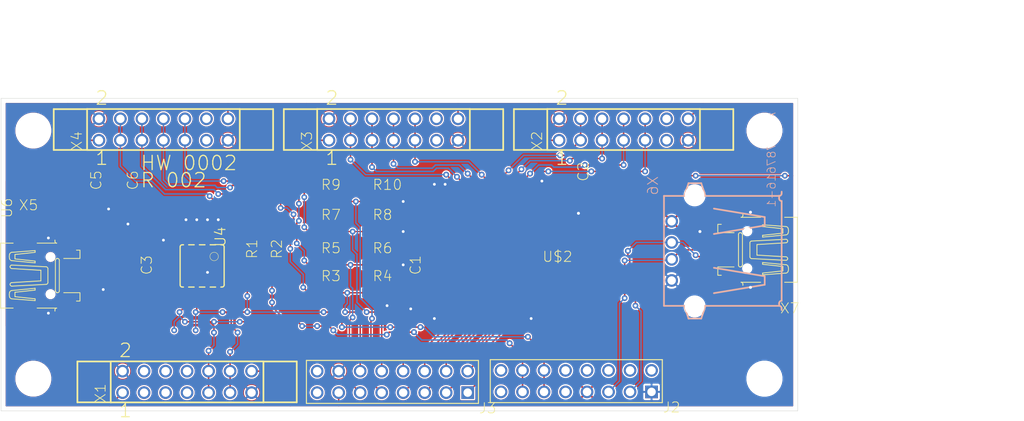
<source format=kicad_pcb>
(kicad_pcb (version 20171130) (host pcbnew 5.1.4+dfsg1-1)
  (layers (0 Top signal) (31 Bottom signal) (34 B.Paste user) (35 F.Paste user) (36 B.SilkS user) (37 F.SilkS user) (38 B.Mask user) (39 F.Mask user) (44 Edge.Cuts user))
  (net 0 "")
  (net 1 +5V)
  (net 2 GND)
  (net 3 +3V3)
  (net 4 "Net-(J2-PadP$16)")
  (net 5 /SDA)
  (net 6 /SCL)
  (net 7 "Net-(J2-PadP$10)")
  (net 8 "Net-(J2-PadP$8)")
  (net 9 "Net-(J2-PadP$6)")
  (net 10 "Net-(J2-PadP$4)")
  (net 11 "Net-(J2-PadP$2)")
  (net 12 "Net-(J2-PadP$15)")
  (net 13 "Net-(J2-PadP$9)")
  (net 14 /VBUS)
  (net 15 /USB-D+)
  (net 16 /USB-D-)
  (net 17 "Net-(J3-PadP$16)")
  (net 18 /DI1-3V)
  (net 19 /DI3-3V)
  (net 20 /DT1-3V)
  (net 21 /DT3-3V)
  (net 22 /DO1-3V)
  (net 23 /DO3-3V)
  (net 24 "Net-(J3-PadP$15)")
  (net 25 /DI2-3V)
  (net 26 /DI4-3V)
  (net 27 /DT2-3V)
  (net 28 /DT4-3V)
  (net 29 /DO2-3V)
  (net 30 /DO4-3V)
  (net 31 "Net-(X1-Pad8)")
  (net 32 "Net-(X1-Pad7)")
  (net 33 "Net-(X1-Pad6)")
  (net 34 "Net-(X1-Pad5)")
  (net 35 "Net-(X1-Pad4)")
  (net 36 "Net-(X1-Pad3)")
  (net 37 "Net-(X2-Pad12)")
  (net 38 "Net-(X2-Pad11)")
  (net 39 /DO4)
  (net 40 /DO3)
  (net 41 /DO2)
  (net 42 /DO1)
  (net 43 "Net-(X3-Pad12)")
  (net 44 "Net-(X3-Pad11)")
  (net 45 /DT4)
  (net 46 /DT3)
  (net 47 /DT2)
  (net 48 /DT1)
  (net 49 "Net-(X5-Pad4)")
  (net 50 "Net-(X5-Pad3)")
  (net 51 "Net-(X5-Pad2)")
  (net 52 /DI1)
  (net 53 /DI2)
  (net 54 /DI3)
  (net 55 /DI4)
  (net 56 "Net-(X4-Pad12)")
  (net 57 "Net-(X4-Pad11)")
  (net 58 "Net-(X7-Pad4)")
  (module "" (layer Top) (at 105.2576 90.3351)
    (fp_text reference @HOLE0 hide)
    (fp_text value "" (at 0 0) (layer F.SilkS) (effects (font (size 1.27 1.27))))
    (pad "" np_thru_hole circle (at 0 0) (size 3.9624 3.9624) (drill 3.9624) (layers *.Cu *.Mask))
  )
  (module "" (layer Top) (at 105.2576 119.6721)
    (fp_text reference @HOLE1 hide)
    (fp_text value "" (at 0 0) (layer F.SilkS) (effects (font (size 1.27 1.27))))
    (pad "" np_thru_hole circle (at 0 0) (size 3.9624 3.9624) (drill 3.9624) (layers *.Cu *.Mask))
  )
  (module "" (layer Top) (at 191.6176 119.6721)
    (fp_text reference @HOLE2 hide)
    (fp_text value "" (at 0 0) (layer F.SilkS) (effects (font (size 1.27 1.27))))
    (pad "" np_thru_hole circle (at 0 0) (size 3.9624 3.9624) (drill 3.9624) (layers *.Cu *.Mask))
  )
  (module "" (layer Top) (at 191.6176 90.3351)
    (fp_text reference @HOLE3 hide)
    (fp_text value "" (at 0 0) (layer F.SilkS) (effects (font (size 1.27 1.27))))
    (pad "" np_thru_hole circle (at 0 0) (size 3.9624 3.9624) (drill 3.9624) (layers *.Cu *.Mask))
  )
  (module "MIDI Signal Contidioner:ARDUINO-CONN-8X2" (layer Top) (at 178.2826 121.2342 180)
    (fp_text reference J2 (at -1.27 -2.54) (layer F.SilkS) (effects (font (size 1.2065 1.2065) (thickness 0.09652)) (justify left bottom)))
    (fp_text value ARDUINO-CONN-8X2)
    (pad P$16 thru_hole circle (at 17.78 2.54 180) (size 1.5 1.5) (drill 1) (layers *.Cu *.Mask) (net 4 "Net-(J2-PadP$16)"))
    (pad P$14 thru_hole circle (at 15.24 2.54 180) (size 1.5 1.5) (drill 1) (layers *.Cu *.Mask) (net 5 /SDA))
    (pad P$12 thru_hole circle (at 12.7 2.54 180) (size 1.5 1.5) (drill 1) (layers *.Cu *.Mask) (net 6 /SCL))
    (pad P$10 thru_hole circle (at 10.16 2.54 180) (size 1.5 1.5) (drill 1) (layers *.Cu *.Mask) (net 7 "Net-(J2-PadP$10)"))
    (pad P$8 thru_hole circle (at 7.62 2.54 180) (size 1.5 1.5) (drill 1) (layers *.Cu *.Mask) (net 8 "Net-(J2-PadP$8)"))
    (pad P$6 thru_hole circle (at 5.08 2.54 180) (size 1.5 1.5) (drill 1) (layers *.Cu *.Mask) (net 9 "Net-(J2-PadP$6)"))
    (pad P$4 thru_hole circle (at 2.54 2.54 180) (size 1.5 1.5) (drill 1) (layers *.Cu *.Mask) (net 10 "Net-(J2-PadP$4)"))
    (pad P$2 thru_hole circle (at 0 2.54 180) (size 1.5 1.5) (drill 1) (layers *.Cu *.Mask) (net 11 "Net-(J2-PadP$2)"))
    (pad P$15 thru_hole circle (at 17.78 0 180) (size 1.5 1.5) (drill 1) (layers *.Cu *.Mask) (net 12 "Net-(J2-PadP$15)"))
    (pad P$13 thru_hole circle (at 15.24 0 180) (size 1.5 1.5) (drill 1) (layers *.Cu *.Mask) (net 5 /SDA))
    (pad P$11 thru_hole circle (at 12.7 0 180) (size 1.5 1.5) (drill 1) (layers *.Cu *.Mask) (net 6 /SCL))
    (pad P$9 thru_hole circle (at 10.16 0 180) (size 1.5 1.5) (drill 1) (layers *.Cu *.Mask) (net 13 "Net-(J2-PadP$9)"))
    (pad P$7 thru_hole circle (at 7.62 0 180) (size 1.5 1.5) (drill 1) (layers *.Cu *.Mask) (net 14 /VBUS))
    (pad P$5 thru_hole circle (at 5.08 0 180) (size 1.5 1.5) (drill 1) (layers *.Cu *.Mask) (net 15 /USB-D+))
    (pad P$3 thru_hole circle (at 2.54 0 180) (size 1.5 1.5) (drill 1) (layers *.Cu *.Mask) (net 16 /USB-D-))
    (pad P$1 thru_hole rect (at 0 0 180) (size 1.5 1.5) (drill 1) (layers *.Cu *.Mask) (net 2 GND))
  )
  (module "MIDI Signal Contidioner:ARDUINO-CONN-8X2" (layer Top) (at 156.5656 121.3231 180)
    (fp_text reference J3 (at -1.27 -2.54) (layer F.SilkS) (effects (font (size 1.2065 1.2065) (thickness 0.09652)) (justify left bottom)))
    (fp_text value ARDUINO-CONN-8X2)
    (pad P$16 thru_hole circle (at 17.78 2.54 180) (size 1.5 1.5) (drill 1) (layers *.Cu *.Mask) (net 17 "Net-(J3-PadP$16)"))
    (pad P$14 thru_hole circle (at 15.24 2.54 180) (size 1.5 1.5) (drill 1) (layers *.Cu *.Mask) (net 2 GND))
    (pad P$12 thru_hole circle (at 12.7 2.54 180) (size 1.5 1.5) (drill 1) (layers *.Cu *.Mask) (net 18 /DI1-3V))
    (pad P$10 thru_hole circle (at 10.16 2.54 180) (size 1.5 1.5) (drill 1) (layers *.Cu *.Mask) (net 19 /DI3-3V))
    (pad P$8 thru_hole circle (at 7.62 2.54 180) (size 1.5 1.5) (drill 1) (layers *.Cu *.Mask) (net 20 /DT1-3V))
    (pad P$6 thru_hole circle (at 5.08 2.54 180) (size 1.5 1.5) (drill 1) (layers *.Cu *.Mask) (net 21 /DT3-3V))
    (pad P$4 thru_hole circle (at 2.54 2.54 180) (size 1.5 1.5) (drill 1) (layers *.Cu *.Mask) (net 22 /DO1-3V))
    (pad P$2 thru_hole circle (at 0 2.54 180) (size 1.5 1.5) (drill 1) (layers *.Cu *.Mask) (net 23 /DO3-3V))
    (pad P$15 thru_hole circle (at 17.78 0 180) (size 1.5 1.5) (drill 1) (layers *.Cu *.Mask) (net 24 "Net-(J3-PadP$15)"))
    (pad P$13 thru_hole circle (at 15.24 0 180) (size 1.5 1.5) (drill 1) (layers *.Cu *.Mask) (net 1 +5V))
    (pad P$11 thru_hole circle (at 12.7 0 180) (size 1.5 1.5) (drill 1) (layers *.Cu *.Mask) (net 25 /DI2-3V))
    (pad P$9 thru_hole circle (at 10.16 0 180) (size 1.5 1.5) (drill 1) (layers *.Cu *.Mask) (net 26 /DI4-3V))
    (pad P$7 thru_hole circle (at 7.62 0 180) (size 1.5 1.5) (drill 1) (layers *.Cu *.Mask) (net 27 /DT2-3V))
    (pad P$5 thru_hole circle (at 5.08 0 180) (size 1.5 1.5) (drill 1) (layers *.Cu *.Mask) (net 28 /DT4-3V))
    (pad P$3 thru_hole circle (at 2.54 0 180) (size 1.5 1.5) (drill 1) (layers *.Cu *.Mask) (net 29 /DO2-3V))
    (pad P$1 thru_hole rect (at 0 0 180) (size 1.5 1.5) (drill 1) (layers *.Cu *.Mask) (net 30 /DO4-3V))
  )
  (module "MIDI Signal Contidioner:SSW-107-02-G-D" (layer Top) (at 123.4186 120.0531)
    (fp_text reference X1 (at -9.525 2.54 90) (layer F.SilkS) (effects (font (size 1.2065 1.2065) (thickness 0.09652)) (justify left bottom)))
    (fp_text value SSW-107-02-G-D)
    (fp_text user 2 (at -8.128 -2.794) (layer F.SilkS) (effects (font (size 1.59258 1.59258) (thickness 0.134112)) (justify left bottom)))
    (fp_text user 1 (at -8.128 4.318) (layer F.SilkS) (effects (font (size 1.59258 1.59258) (thickness 0.134112)) (justify left bottom)))
    (pad 14 thru_hole circle (at 7.62 -1.27) (size 1.5 1.5) (drill 1) (layers *.Cu *.Mask) (net 1 +5V))
    (pad 13 thru_hole circle (at 7.62 1.27) (size 1.5 1.5) (drill 1) (layers *.Cu *.Mask) (net 2 GND))
    (pad 12 thru_hole circle (at 5.08 -1.27) (size 1.5 1.5) (drill 1) (layers *.Cu *.Mask) (net 6 /SCL))
    (pad 11 thru_hole circle (at 5.08 1.27) (size 1.5 1.5) (drill 1) (layers *.Cu *.Mask) (net 6 /SCL))
    (pad 10 thru_hole circle (at 2.54 -1.27) (size 1.5 1.5) (drill 1) (layers *.Cu *.Mask) (net 5 /SDA))
    (pad 9 thru_hole circle (at 2.54 1.27) (size 1.5 1.5) (drill 1) (layers *.Cu *.Mask) (net 5 /SDA))
    (pad 8 thru_hole circle (at 0 -1.27) (size 1.5 1.5) (drill 1) (layers *.Cu *.Mask) (net 31 "Net-(X1-Pad8)"))
    (pad 7 thru_hole circle (at 0 1.27) (size 1.5 1.5) (drill 1) (layers *.Cu *.Mask) (net 32 "Net-(X1-Pad7)"))
    (pad 6 thru_hole circle (at -2.54 -1.27) (size 1.5 1.5) (drill 1) (layers *.Cu *.Mask) (net 33 "Net-(X1-Pad6)"))
    (pad 5 thru_hole circle (at -2.54 1.27) (size 1.5 1.5) (drill 1) (layers *.Cu *.Mask) (net 34 "Net-(X1-Pad5)"))
    (pad 4 thru_hole circle (at -5.08 -1.27) (size 1.5 1.5) (drill 1) (layers *.Cu *.Mask) (net 35 "Net-(X1-Pad4)"))
    (pad 3 thru_hole circle (at -5.08 1.27) (size 1.5 1.5) (drill 1) (layers *.Cu *.Mask) (net 36 "Net-(X1-Pad3)"))
    (pad 2 thru_hole circle (at -7.62 -1.27) (size 1.5 1.5) (drill 1) (layers *.Cu *.Mask) (net 2 GND))
    (pad 1 thru_hole circle (at -7.62 1.27) (size 1.5 1.5) (drill 1) (layers *.Cu *.Mask) (net 1 +5V))
  )
  (module "MIDI Signal Contidioner:SSW-107-02-G-D" (layer Top) (at 174.9806 90.2081)
    (fp_text reference X2 (at -9.525 2.54 90) (layer F.SilkS) (effects (font (size 1.2065 1.2065) (thickness 0.09652)) (justify left bottom)))
    (fp_text value SSW-107-02-G-D)
    (fp_text user 2 (at -8.128 -2.794) (layer F.SilkS) (effects (font (size 1.59258 1.59258) (thickness 0.134112)) (justify left bottom)))
    (fp_text user 1 (at -8.128 4.318) (layer F.SilkS) (effects (font (size 1.59258 1.59258) (thickness 0.134112)) (justify left bottom)))
    (pad 14 thru_hole circle (at 7.62 -1.27) (size 1.5 1.5) (drill 1) (layers *.Cu *.Mask) (net 1 +5V))
    (pad 13 thru_hole circle (at 7.62 1.27) (size 1.5 1.5) (drill 1) (layers *.Cu *.Mask) (net 2 GND))
    (pad 12 thru_hole circle (at 5.08 -1.27) (size 1.5 1.5) (drill 1) (layers *.Cu *.Mask) (net 37 "Net-(X2-Pad12)"))
    (pad 11 thru_hole circle (at 5.08 1.27) (size 1.5 1.5) (drill 1) (layers *.Cu *.Mask) (net 38 "Net-(X2-Pad11)"))
    (pad 10 thru_hole circle (at 2.54 -1.27) (size 1.5 1.5) (drill 1) (layers *.Cu *.Mask) (net 39 /DO4))
    (pad 9 thru_hole circle (at 2.54 1.27) (size 1.5 1.5) (drill 1) (layers *.Cu *.Mask) (net 39 /DO4))
    (pad 8 thru_hole circle (at 0 -1.27) (size 1.5 1.5) (drill 1) (layers *.Cu *.Mask) (net 40 /DO3))
    (pad 7 thru_hole circle (at 0 1.27) (size 1.5 1.5) (drill 1) (layers *.Cu *.Mask) (net 40 /DO3))
    (pad 6 thru_hole circle (at -2.54 -1.27) (size 1.5 1.5) (drill 1) (layers *.Cu *.Mask) (net 41 /DO2))
    (pad 5 thru_hole circle (at -2.54 1.27) (size 1.5 1.5) (drill 1) (layers *.Cu *.Mask) (net 41 /DO2))
    (pad 4 thru_hole circle (at -5.08 -1.27) (size 1.5 1.5) (drill 1) (layers *.Cu *.Mask) (net 42 /DO1))
    (pad 3 thru_hole circle (at -5.08 1.27) (size 1.5 1.5) (drill 1) (layers *.Cu *.Mask) (net 42 /DO1))
    (pad 2 thru_hole circle (at -7.62 -1.27) (size 1.5 1.5) (drill 1) (layers *.Cu *.Mask) (net 2 GND))
    (pad 1 thru_hole circle (at -7.62 1.27) (size 1.5 1.5) (drill 1) (layers *.Cu *.Mask) (net 1 +5V))
  )
  (module "MIDI Signal Contidioner:SSW-107-02-G-D" (layer Top) (at 147.8026 90.2081)
    (fp_text reference X3 (at -9.525 2.54 90) (layer F.SilkS) (effects (font (size 1.2065 1.2065) (thickness 0.09652)) (justify left bottom)))
    (fp_text value SSW-107-02-G-D)
    (fp_text user 2 (at -8.128 -2.794) (layer F.SilkS) (effects (font (size 1.59258 1.59258) (thickness 0.134112)) (justify left bottom)))
    (fp_text user 1 (at -8.128 4.318) (layer F.SilkS) (effects (font (size 1.59258 1.59258) (thickness 0.134112)) (justify left bottom)))
    (pad 14 thru_hole circle (at 7.62 -1.27) (size 1.5 1.5) (drill 1) (layers *.Cu *.Mask) (net 1 +5V))
    (pad 13 thru_hole circle (at 7.62 1.27) (size 1.5 1.5) (drill 1) (layers *.Cu *.Mask) (net 2 GND))
    (pad 12 thru_hole circle (at 5.08 -1.27) (size 1.5 1.5) (drill 1) (layers *.Cu *.Mask) (net 43 "Net-(X3-Pad12)"))
    (pad 11 thru_hole circle (at 5.08 1.27) (size 1.5 1.5) (drill 1) (layers *.Cu *.Mask) (net 44 "Net-(X3-Pad11)"))
    (pad 10 thru_hole circle (at 2.54 -1.27) (size 1.5 1.5) (drill 1) (layers *.Cu *.Mask) (net 45 /DT4))
    (pad 9 thru_hole circle (at 2.54 1.27) (size 1.5 1.5) (drill 1) (layers *.Cu *.Mask) (net 45 /DT4))
    (pad 8 thru_hole circle (at 0 -1.27) (size 1.5 1.5) (drill 1) (layers *.Cu *.Mask) (net 46 /DT3))
    (pad 7 thru_hole circle (at 0 1.27) (size 1.5 1.5) (drill 1) (layers *.Cu *.Mask) (net 46 /DT3))
    (pad 6 thru_hole circle (at -2.54 -1.27) (size 1.5 1.5) (drill 1) (layers *.Cu *.Mask) (net 47 /DT2))
    (pad 5 thru_hole circle (at -2.54 1.27) (size 1.5 1.5) (drill 1) (layers *.Cu *.Mask) (net 47 /DT2))
    (pad 4 thru_hole circle (at -5.08 -1.27) (size 1.5 1.5) (drill 1) (layers *.Cu *.Mask) (net 48 /DT1))
    (pad 3 thru_hole circle (at -5.08 1.27) (size 1.5 1.5) (drill 1) (layers *.Cu *.Mask) (net 48 /DT1))
    (pad 2 thru_hole circle (at -7.62 -1.27) (size 1.5 1.5) (drill 1) (layers *.Cu *.Mask) (net 2 GND))
    (pad 1 thru_hole circle (at -7.62 1.27) (size 1.5 1.5) (drill 1) (layers *.Cu *.Mask) (net 1 +5V))
  )
  (module "MIDI Signal Contidioner:24CS01-SO8" (layer Top) (at 125.1966 106.3371 180)
    (fp_text reference U4 (at -2.8575 2.159 90) (layer F.SilkS) (effects (font (size 1.2065 1.2065) (thickness 0.12065)) (justify left bottom)))
    (fp_text value 24CS01)
    (pad 5 smd rect (at 1.905 -3.154 180) (size 0.5 2.2) (layers Top F.Paste F.Mask) (net 5 /SDA))
    (pad 6 smd rect (at 0.635 -3.154 180) (size 0.5 2.2) (layers Top F.Paste F.Mask) (net 6 /SCL))
    (pad 7 smd rect (at -0.635 -3.154 180) (size 0.5 2.2) (layers Top F.Paste F.Mask) (net 2 GND))
    (pad 8 smd rect (at -1.905 -3.154 180) (size 0.5 2.2) (layers Top F.Paste F.Mask) (net 3 +3V3))
    (pad 4 smd rect (at 1.895 3.154 180) (size 0.5 2.2) (layers Top F.Paste F.Mask) (net 2 GND))
    (pad 3 smd rect (at 0.625 3.154 180) (size 0.5 2.2) (layers Top F.Paste F.Mask) (net 2 GND))
    (pad 2 smd rect (at -0.645 3.154 180) (size 0.5 2.2) (layers Top F.Paste F.Mask) (net 2 GND))
    (pad 1 smd rect (at -1.905 3.154 180) (size 0.5 2.2) (layers Top F.Paste F.Mask) (net 2 GND))
  )
  (module "MIDI Signal Contidioner:C0805" (layer Top) (at 120.6246 106.2101 90)
    (fp_text reference C3 (at -1.27 -1.27 90) (layer F.SilkS) (effects (font (size 1.2065 1.2065) (thickness 0.09652)) (justify left bottom)))
    (fp_text value 100n)
    (pad 2 smd rect (at 0.95 0 90) (size 1.3 1.5) (layers Top F.Paste F.Mask) (net 2 GND))
    (pad 1 smd rect (at -0.95 0 90) (size 1.3 1.5) (layers Top F.Paste F.Mask) (net 3 +3V3))
  )
  (module "MIDI Signal Contidioner:MINI-USB-32005-201" (layer Top) (at 107.2896 107.4801)
    (fp_text reference X5 (at -3.81 -7.62) (layer F.SilkS) (effects (font (size 1.2065 1.2065) (thickness 0.09652)) (justify left bottom)))
    (fp_text value MINI-USB-SHIELD-32005-201)
    (pad "" np_thru_hole circle (at 0 2.2) (size 0.9 0.9) (drill 0.9) (layers *.Cu *.Mask))
    (pad "" np_thru_hole circle (at 0 -2.2) (size 0.9 0.9) (drill 0.9) (layers *.Cu *.Mask))
    (pad 5 smd rect (at 3 1.6) (size 3.1 0.5) (layers Top F.Paste F.Mask) (net 2 GND))
    (pad 4 smd rect (at 3 0.8) (size 3.1 0.5) (layers Top F.Paste F.Mask) (net 49 "Net-(X5-Pad4)"))
    (pad 3 smd rect (at 3 0) (size 3.1 0.5) (layers Top F.Paste F.Mask) (net 50 "Net-(X5-Pad3)"))
    (pad 2 smd rect (at 3 -0.8) (size 3.1 0.5) (layers Top F.Paste F.Mask) (net 51 "Net-(X5-Pad2)"))
    (pad 1 smd rect (at 3 -1.6) (size 3.1 0.5) (layers Top F.Paste F.Mask) (net 1 +5V))
    (pad M3 smd rect (at 2.9 -4.45) (size 3.3 2) (layers Top F.Paste F.Mask) (net 2 GND))
    (pad M4 smd rect (at 2.9 4.45) (size 3.3 2) (layers Top F.Paste F.Mask) (net 2 GND))
    (pad M2 smd rect (at -3 -4.45) (size 2.5 2) (layers Top F.Paste F.Mask) (net 2 GND))
    (pad M1 smd rect (at -3 4.45) (size 2.5 2) (layers Top F.Paste F.Mask) (net 2 GND))
  )
  (module "MIDI Signal Contidioner:MCP1700-SOT89" (layer Top) (at 106.0196 98.2091 90)
    (fp_text reference U6 (at -2.54 -3.175 90) (layer F.SilkS) (effects (font (size 1.2065 1.2065) (thickness 0.09652)) (justify left bottom)))
    (fp_text value MCP1700-SOT89)
    (pad 2@1 smd roundrect (at 0 -0.94 90) (size 2.032 3.65) (layers Top F.Paste F.Mask) (roundrect_rratio 0.375) (net 1 +5V))
    (pad 2 smd rect (at 0 2.2 90) (size 0.8 3) (layers Top F.Mask) (net 1 +5V))
    (pad 3 smd rect (at 1.499 2.5 90) (size 0.8 2.4) (layers Top F.Paste F.Mask) (net 3 +3V3))
    (pad 1 smd rect (at -1.499 2.5 90) (size 0.8 2.4) (layers Top F.Paste F.Mask) (net 2 GND))
  )
  (module "MIDI Signal Contidioner:C0805" (layer Top) (at 112.1156 98.7171 270)
    (fp_text reference C5 (at -1.27 -1.27 90) (layer F.SilkS) (effects (font (size 1.2065 1.2065) (thickness 0.09652)) (justify left bottom)))
    (fp_text value 1u)
    (pad 2 smd rect (at 0.95 0 270) (size 1.3 1.5) (layers Top F.Paste F.Mask) (net 2 GND))
    (pad 1 smd rect (at -0.95 0 270) (size 1.3 1.5) (layers Top F.Paste F.Mask) (net 1 +5V))
  )
  (module "MIDI Signal Contidioner:C0805" (layer Top) (at 116.4336 98.7171 270)
    (fp_text reference C6 (at -1.27 -1.27 90) (layer F.SilkS) (effects (font (size 1.2065 1.2065) (thickness 0.09652)) (justify left bottom)))
    (fp_text value 1u)
    (pad 2 smd rect (at 0.95 0 270) (size 1.3 1.5) (layers Top F.Paste F.Mask) (net 2 GND))
    (pad 1 smd rect (at -0.95 0 270) (size 1.3 1.5) (layers Top F.Paste F.Mask) (net 3 +3V3))
  )
  (module "MIDI Signal Contidioner:USB" (layer Bottom) (at 193.6496 104.5591 270)
    (fp_text reference X6 (at -6.5001 14.5001 90) (layer B.SilkS) (effects (font (size 1.2065 1.2065) (thickness 0.09652)) (justify right bottom mirror)))
    (fp_text value USB-787616)
    (fp_text user "AMP 787616-1" (at -5.08 0.635 270) (layer B.SilkS) (effects (font (size 0.9652 0.9652) (thickness 0.08128)) (justify right bottom mirror)))
    (pad "" np_thru_hole circle (at 6.57 10.2799 270) (size 2.3 2.3) (drill 2.3) (layers *.Cu *.Mask))
    (pad "" np_thru_hole circle (at -6.57 10.2799 270) (size 2.3 2.3) (drill 2.3) (layers *.Cu *.Mask))
    (pad 4 thru_hole circle (at 3.5001 12.9901 270) (size 1.5 1.5) (drill 1) (layers *.Cu *.Mask) (net 2 GND))
    (pad 3 thru_hole circle (at 1 12.9901 270) (size 1.5 1.5) (drill 1) (layers *.Cu *.Mask) (net 15 /USB-D+))
    (pad 2 thru_hole circle (at -1 12.9901 270) (size 1.5 1.5) (drill 1) (layers *.Cu *.Mask) (net 16 /USB-D-))
    (pad 1 thru_hole circle (at -3.5001 12.9901 270) (size 1.5 1.5) (drill 1) (layers *.Cu *.Mask) (net 14 /VBUS))
  )
  (module "MIDI Signal Contidioner:R0805W" (layer Top) (at 130.5306 106.2101 270)
    (fp_text reference R1 (at -0.635 -1.27 90) (layer F.SilkS) (effects (font (size 1.2065 1.2065) (thickness 0.09652)) (justify left bottom)))
    (fp_text value 2.2K)
    (pad 2 smd rect (at 1.0525 0 270) (size 1.5 1) (layers Top F.Paste F.Mask) (net 6 /SCL))
    (pad 1 smd rect (at -1.0525 0 270) (size 1.5 1) (layers Top F.Paste F.Mask) (net 3 +3V3))
  )
  (module "MIDI Signal Contidioner:R0805W" (layer Top) (at 133.4516 106.2101 270)
    (fp_text reference R2 (at -0.635 -1.27 90) (layer F.SilkS) (effects (font (size 1.2065 1.2065) (thickness 0.09652)) (justify left bottom)))
    (fp_text value 2.2K)
    (pad 2 smd rect (at 1.0525 0 270) (size 1.5 1) (layers Top F.Paste F.Mask) (net 5 /SDA))
    (pad 1 smd rect (at -1.0525 0 270) (size 1.5 1) (layers Top F.Paste F.Mask) (net 3 +3V3))
  )
  (module "MIDI Signal Contidioner:74LVC4245A-SO24" (layer Top) (at 158.3436 104.6861 180)
    (fp_text reference U$2 (at -6.985 -1.27) (layer F.SilkS) (effects (font (size 1.2065 1.2065) (thickness 0.09652)) (justify left bottom)))
    (fp_text value 74LVC4245A)
    (pad 24 smd rect (at -8.255 -5.1 180) (size 0.6 3.2) (layers Top F.Paste F.Mask) (net 3 +3V3))
    (pad 23 smd rect (at -6.985 -5.1 180) (size 0.6 3.2) (layers Top F.Paste F.Mask) (net 3 +3V3))
    (pad 22 smd rect (at -5.715 -5.1 180) (size 0.6 3.2) (layers Top F.Paste F.Mask) (net 2 GND))
    (pad 21 smd rect (at -4.445 -5.1 180) (size 0.6 3.2) (layers Top F.Paste F.Mask) (net 30 /DO4-3V))
    (pad 20 smd rect (at -3.175 -5.1 180) (size 0.6 3.2) (layers Top F.Paste F.Mask) (net 23 /DO3-3V))
    (pad 19 smd rect (at -1.905 -5.1 180) (size 0.6 3.2) (layers Top F.Paste F.Mask) (net 29 /DO2-3V))
    (pad 18 smd rect (at -0.635 -5.1 180) (size 0.6 3.2) (layers Top F.Paste F.Mask) (net 22 /DO1-3V))
    (pad 17 smd rect (at 0.635 -5.1 180) (size 0.6 3.2) (layers Top F.Paste F.Mask) (net 28 /DT4-3V))
    (pad 16 smd rect (at 1.905 -5.1 180) (size 0.6 3.2) (layers Top F.Paste F.Mask) (net 21 /DT3-3V))
    (pad 15 smd rect (at 3.175 -5.1 180) (size 0.6 3.2) (layers Top F.Paste F.Mask) (net 27 /DT2-3V))
    (pad 14 smd rect (at 4.445 -5.1 180) (size 0.6 3.2) (layers Top F.Paste F.Mask) (net 20 /DT1-3V))
    (pad 12 smd rect (at 5.715 5.1 180) (size 0.6 3.2) (layers Top F.Paste F.Mask) (net 2 GND))
    (pad 11 smd rect (at 4.445 5.1 180) (size 0.6 3.2) (layers Top F.Paste F.Mask) (net 2 GND))
    (pad 10 smd rect (at 3.175 5.1 180) (size 0.6 3.2) (layers Top F.Paste F.Mask) (net 48 /DT1))
    (pad 9 smd rect (at 1.905 5.1 180) (size 0.6 3.2) (layers Top F.Paste F.Mask) (net 47 /DT2))
    (pad 8 smd rect (at 0.635 5.1 180) (size 0.6 3.2) (layers Top F.Paste F.Mask) (net 46 /DT3))
    (pad 7 smd rect (at -0.635 5.1 180) (size 0.6 3.2) (layers Top F.Paste F.Mask) (net 45 /DT4))
    (pad 6 smd rect (at -1.905 5.1 180) (size 0.6 3.2) (layers Top F.Paste F.Mask) (net 42 /DO1))
    (pad 5 smd rect (at -3.175 5.1 180) (size 0.6 3.2) (layers Top F.Paste F.Mask) (net 41 /DO2))
    (pad 4 smd rect (at -4.445 5.1 180) (size 0.6 3.2) (layers Top F.Paste F.Mask) (net 40 /DO3))
    (pad 3 smd rect (at -5.715 5.1 180) (size 0.6 3.2) (layers Top F.Paste F.Mask) (net 39 /DO4))
    (pad 2 smd rect (at -6.985 5.1 180) (size 0.6 3.2) (layers Top F.Paste F.Mask) (net 2 GND))
    (pad 13 smd rect (at 5.715 -5.1 180) (size 0.6 3.2) (layers Top F.Paste F.Mask) (net 2 GND))
    (pad 1 smd rect (at -8.255 5.1 180) (size 0.6 3.2) (layers Top F.Paste F.Mask) (net 1 +5V))
  )
  (module "MIDI Signal Contidioner:C0805" (layer Top) (at 149.8346 108.7501 270)
    (fp_text reference C1 (at -1.27 -1.27 90) (layer F.SilkS) (effects (font (size 1.2065 1.2065) (thickness 0.09652)) (justify left bottom)))
    (fp_text value 100n)
    (pad 2 smd rect (at 0.95 0 270) (size 1.3 1.5) (layers Top F.Paste F.Mask) (net 2 GND))
    (pad 1 smd rect (at -0.95 0 270) (size 1.3 1.5) (layers Top F.Paste F.Mask) (net 3 +3V3))
  )
  (module "MIDI Signal Contidioner:C0805" (layer Top) (at 169.6466 97.7011 270)
    (fp_text reference C2 (at -1.27 -1.27 90) (layer F.SilkS) (effects (font (size 1.2065 1.2065) (thickness 0.09652)) (justify left bottom)))
    (fp_text value 100n)
    (pad 2 smd rect (at 0.95 0 270) (size 1.3 1.5) (layers Top F.Paste F.Mask) (net 2 GND))
    (pad 1 smd rect (at -0.95 0 270) (size 1.3 1.5) (layers Top F.Paste F.Mask) (net 1 +5V))
  )
  (module "MIDI Signal Contidioner:R0805W" (layer Top) (at 139.8016 109.5121)
    (fp_text reference R3 (at -0.635 -1.27) (layer F.SilkS) (effects (font (size 1.2065 1.2065) (thickness 0.09652)) (justify left bottom)))
    (fp_text value 10K)
    (pad 2 smd rect (at 1.0525 0) (size 1.5 1) (layers Top F.Paste F.Mask) (net 18 /DI1-3V))
    (pad 1 smd rect (at -1.0525 0) (size 1.5 1) (layers Top F.Paste F.Mask) (net 52 /DI1))
  )
  (module "MIDI Signal Contidioner:R0805W" (layer Top) (at 145.8976 109.5121)
    (fp_text reference R4 (at -0.635 -1.27) (layer F.SilkS) (effects (font (size 1.2065 1.2065) (thickness 0.09652)) (justify left bottom)))
    (fp_text value 20K)
    (pad 2 smd rect (at 1.0525 0) (size 1.5 1) (layers Top F.Paste F.Mask) (net 2 GND))
    (pad 1 smd rect (at -1.0525 0) (size 1.5 1) (layers Top F.Paste F.Mask) (net 18 /DI1-3V))
  )
  (module "MIDI Signal Contidioner:R0805W" (layer Top) (at 139.8016 106.2101)
    (fp_text reference R5 (at -0.635 -1.27) (layer F.SilkS) (effects (font (size 1.2065 1.2065) (thickness 0.09652)) (justify left bottom)))
    (fp_text value 10K)
    (pad 2 smd rect (at 1.0525 0) (size 1.5 1) (layers Top F.Paste F.Mask) (net 25 /DI2-3V))
    (pad 1 smd rect (at -1.0525 0) (size 1.5 1) (layers Top F.Paste F.Mask) (net 53 /DI2))
  )
  (module "MIDI Signal Contidioner:R0805W" (layer Top) (at 145.8976 106.2101)
    (fp_text reference R6 (at -0.635 -1.27) (layer F.SilkS) (effects (font (size 1.2065 1.2065) (thickness 0.09652)) (justify left bottom)))
    (fp_text value 20K)
    (pad 2 smd rect (at 1.0525 0) (size 1.5 1) (layers Top F.Paste F.Mask) (net 2 GND))
    (pad 1 smd rect (at -1.0525 0) (size 1.5 1) (layers Top F.Paste F.Mask) (net 25 /DI2-3V))
  )
  (module "MIDI Signal Contidioner:R0805W" (layer Top) (at 139.8016 102.2731)
    (fp_text reference R7 (at -0.635 -1.27) (layer F.SilkS) (effects (font (size 1.2065 1.2065) (thickness 0.09652)) (justify left bottom)))
    (fp_text value 10K)
    (pad 2 smd rect (at 1.0525 0) (size 1.5 1) (layers Top F.Paste F.Mask) (net 19 /DI3-3V))
    (pad 1 smd rect (at -1.0525 0) (size 1.5 1) (layers Top F.Paste F.Mask) (net 54 /DI3))
  )
  (module "MIDI Signal Contidioner:R0805W" (layer Top) (at 145.8976 102.2731)
    (fp_text reference R8 (at -0.635 -1.27) (layer F.SilkS) (effects (font (size 1.2065 1.2065) (thickness 0.09652)) (justify left bottom)))
    (fp_text value 20K)
    (pad 2 smd rect (at 1.0525 0) (size 1.5 1) (layers Top F.Paste F.Mask) (net 2 GND))
    (pad 1 smd rect (at -1.0525 0) (size 1.5 1) (layers Top F.Paste F.Mask) (net 19 /DI3-3V))
  )
  (module "MIDI Signal Contidioner:R0805W" (layer Top) (at 139.8016 98.7171)
    (fp_text reference R9 (at -0.635 -1.27) (layer F.SilkS) (effects (font (size 1.2065 1.2065) (thickness 0.09652)) (justify left bottom)))
    (fp_text value 10K)
    (pad 2 smd rect (at 1.0525 0) (size 1.5 1) (layers Top F.Paste F.Mask) (net 26 /DI4-3V))
    (pad 1 smd rect (at -1.0525 0) (size 1.5 1) (layers Top F.Paste F.Mask) (net 55 /DI4))
  )
  (module "MIDI Signal Contidioner:R0805W" (layer Top) (at 145.8976 98.7171)
    (fp_text reference R10 (at -0.635 -1.27) (layer F.SilkS) (effects (font (size 1.2065 1.2065) (thickness 0.09652)) (justify left bottom)))
    (fp_text value 20K)
    (pad 2 smd rect (at 1.0525 0) (size 1.5 1) (layers Top F.Paste F.Mask) (net 2 GND))
    (pad 1 smd rect (at -1.0525 0) (size 1.5 1) (layers Top F.Paste F.Mask) (net 26 /DI4-3V))
  )
  (module "MIDI Signal Contidioner:SSW-107-02-G-D" (layer Top) (at 120.6246 90.2081)
    (fp_text reference X4 (at -9.525 2.54 90) (layer F.SilkS) (effects (font (size 1.2065 1.2065) (thickness 0.09652)) (justify left bottom)))
    (fp_text value SSW-107-02-G-D)
    (fp_text user 2 (at -8.128 -2.794) (layer F.SilkS) (effects (font (size 1.59258 1.59258) (thickness 0.134112)) (justify left bottom)))
    (fp_text user 1 (at -8.128 4.318) (layer F.SilkS) (effects (font (size 1.59258 1.59258) (thickness 0.134112)) (justify left bottom)))
    (pad 14 thru_hole circle (at 7.62 -1.27) (size 1.5 1.5) (drill 1) (layers *.Cu *.Mask) (net 1 +5V))
    (pad 13 thru_hole circle (at 7.62 1.27) (size 1.5 1.5) (drill 1) (layers *.Cu *.Mask) (net 2 GND))
    (pad 12 thru_hole circle (at 5.08 -1.27) (size 1.5 1.5) (drill 1) (layers *.Cu *.Mask) (net 56 "Net-(X4-Pad12)"))
    (pad 11 thru_hole circle (at 5.08 1.27) (size 1.5 1.5) (drill 1) (layers *.Cu *.Mask) (net 57 "Net-(X4-Pad11)"))
    (pad 10 thru_hole circle (at 2.54 -1.27) (size 1.5 1.5) (drill 1) (layers *.Cu *.Mask) (net 55 /DI4))
    (pad 9 thru_hole circle (at 2.54 1.27) (size 1.5 1.5) (drill 1) (layers *.Cu *.Mask) (net 55 /DI4))
    (pad 8 thru_hole circle (at 0 -1.27) (size 1.5 1.5) (drill 1) (layers *.Cu *.Mask) (net 54 /DI3))
    (pad 7 thru_hole circle (at 0 1.27) (size 1.5 1.5) (drill 1) (layers *.Cu *.Mask) (net 54 /DI3))
    (pad 6 thru_hole circle (at -2.54 -1.27) (size 1.5 1.5) (drill 1) (layers *.Cu *.Mask) (net 53 /DI2))
    (pad 5 thru_hole circle (at -2.54 1.27) (size 1.5 1.5) (drill 1) (layers *.Cu *.Mask) (net 53 /DI2))
    (pad 4 thru_hole circle (at -5.08 -1.27) (size 1.5 1.5) (drill 1) (layers *.Cu *.Mask) (net 52 /DI1))
    (pad 3 thru_hole circle (at -5.08 1.27) (size 1.5 1.5) (drill 1) (layers *.Cu *.Mask) (net 52 /DI1))
    (pad 2 thru_hole circle (at -7.62 -1.27) (size 1.5 1.5) (drill 1) (layers *.Cu *.Mask) (net 2 GND))
    (pad 1 thru_hole circle (at -7.62 1.27) (size 1.5 1.5) (drill 1) (layers *.Cu *.Mask) (net 1 +5V))
  )
  (module "MIDI Signal Contidioner:MINI-USB-32005-201" (layer Top) (at 189.5856 104.4321 180)
    (fp_text reference X7 (at -3.81 -7.62) (layer F.SilkS) (effects (font (size 1.2065 1.2065) (thickness 0.09652)) (justify left bottom)))
    (fp_text value MINI-USB-SHIELD-32005-201)
    (pad "" np_thru_hole circle (at 0 2.2 180) (size 0.9 0.9) (drill 0.9) (layers *.Cu *.Mask))
    (pad "" np_thru_hole circle (at 0 -2.2 180) (size 0.9 0.9) (drill 0.9) (layers *.Cu *.Mask))
    (pad 5 smd rect (at 3 1.6 180) (size 3.1 0.5) (layers Top F.Paste F.Mask) (net 2 GND))
    (pad 4 smd rect (at 3 0.8 180) (size 3.1 0.5) (layers Top F.Paste F.Mask) (net 58 "Net-(X7-Pad4)"))
    (pad 3 smd rect (at 3 0 180) (size 3.1 0.5) (layers Top F.Paste F.Mask) (net 15 /USB-D+))
    (pad 2 smd rect (at 3 -0.8 180) (size 3.1 0.5) (layers Top F.Paste F.Mask) (net 16 /USB-D-))
    (pad 1 smd rect (at 3 -1.6 180) (size 3.1 0.5) (layers Top F.Paste F.Mask) (net 14 /VBUS))
    (pad M3 smd rect (at 2.9 -4.45 180) (size 3.3 2) (layers Top F.Paste F.Mask) (net 2 GND))
    (pad M4 smd rect (at 2.9 4.45 180) (size 3.3 2) (layers Top F.Paste F.Mask) (net 2 GND))
    (pad M2 smd rect (at -3 -4.45 180) (size 2.5 2) (layers Top F.Paste F.Mask) (net 2 GND))
    (pad M1 smd rect (at -3 4.45 180) (size 2.5 2) (layers Top F.Paste F.Mask) (net 2 GND))
  )
  (gr_line (start 101.4476 123.4821) (end 195.5546 123.4821) (layer Edge.Cuts) (width 0.05))
  (gr_line (start 195.5546 123.4821) (end 195.5546 86.5251) (layer Edge.Cuts) (width 0.05))
  (gr_line (start 195.5546 86.5251) (end 101.4476 86.5251) (layer Edge.Cuts) (width 0.05))
  (gr_line (start 101.4476 86.5251) (end 101.4476 123.4821) (layer Edge.Cuts) (width 0.05))
  (gr_text "HW 0002" (at 117.8306 95.1611) (layer F.SilkS) (effects (font (size 1.6891 1.6891) (thickness 0.14224)) (justify left bottom)))
  (gr_text "R 002" (at 117.8306 97.1931) (layer F.SilkS) (effects (font (size 1.6891 1.6891) (thickness 0.14224)) (justify left bottom)))
  (segment (start 141.3256 121.3231) (end 141.3256 122.8471) (width 0.1778) (layer Top) (net 1))
  (segment (start 114.2746 122.8471) (end 102.0826 122.8471) (width 0.1778) (layer Top) (net 1))
  (segment (start 102.0826 122.8471) (end 102.0826 98.2091) (width 0.1778) (layer Top) (net 1))
  (segment (start 102.0826 98.2091) (end 102.0826 87.1601) (width 0.1778) (layer Top) (net 1))
  (segment (start 102.0826 87.1601) (end 109.3216 87.1601) (width 0.1778) (layer Top) (net 1))
  (segment (start 155.4226 87.1601) (end 164.9476 87.1601) (width 0.1778) (layer Top) (net 1))
  (segment (start 164.9476 87.1601) (end 184.3786 87.1601) (width 0.1778) (layer Top) (net 1))
  (segment (start 194.9196 87.1601) (end 194.9196 95.6691) (width 0.1778) (layer Top) (net 1))
  (segment (start 194.9196 95.6691) (end 194.9196 122.8471) (width 0.1778) (layer Top) (net 1))
  (segment (start 194.9196 122.8471) (end 141.3256 122.8471) (width 0.1778) (layer Top) (net 1))
  (segment (start 105.0796 98.2091) (end 102.0826 98.2091) (width 0.1778) (layer Top) (net 1))
  (segment (start 155.4226 88.9381) (end 155.4226 87.1601) (width 0.1778) (layer Top) (net 1))
  (segment (start 109.3216 89.9541) (end 109.3216 87.1601) (width 0.1778) (layer Top) (net 1))
  (segment (start 115.7986 121.3231) (end 114.2746 122.8471) (width 0.1778) (layer Top) (net 1))
  (segment (start 194.9196 87.1601) (end 184.3786 87.1601) (width 0.1778) (layer Top) (net 1))
  (segment (start 182.6006 88.9381) (end 184.3786 87.1601) (width 0.1778) (layer Top) (net 1))
  (segment (start 181.7726 96.4971) (end 169.9006 96.4971) (width 0.1778) (layer Top) (net 1))
  (segment (start 169.6466 96.7511) (end 169.6796 96.7181) (width 0.1778) (layer Top) (net 1))
  (via (at 183.4896 95.6691) (size 0.6858) (drill 0.3302) (layers Top Bottom) (net 1))
  (segment (start 169.6796 96.7181) (end 169.9006 96.4971) (width 0.1778) (layer Top) (net 1))
  (segment (start 194.0306 95.6691) (end 183.4896 95.6691) (width 0.1778) (layer Bottom) (net 1))
  (via (at 194.0306 95.6691) (size 0.6858) (drill 0.3302) (layers Top Bottom) (net 1))
  (segment (start 194.0306 95.6691) (end 194.9196 95.6691) (width 0.1778) (layer Top) (net 1))
  (segment (start 113.0046 91.4781) (end 110.8456 91.4781) (width 0.1778) (layer Top) (net 1))
  (segment (start 110.8456 91.4781) (end 109.3216 89.9541) (width 0.1778) (layer Top) (net 1))
  (segment (start 140.1826 91.4781) (end 139.1666 91.4781) (width 0.1778) (layer Top) (net 1))
  (segment (start 139.1666 91.4781) (end 137.5156 89.8271) (width 0.1778) (layer Top) (net 1))
  (segment (start 137.5156 89.8271) (end 137.5156 87.1601) (width 0.1778) (layer Top) (net 1))
  (segment (start 137.5156 87.1601) (end 128.2446 87.1601) (width 0.1778) (layer Top) (net 1))
  (segment (start 128.2446 87.1601) (end 109.3216 87.1601) (width 0.1778) (layer Top) (net 1))
  (segment (start 137.5156 87.1601) (end 155.4226 87.1601) (width 0.1778) (layer Top) (net 1))
  (segment (start 128.2446 88.9381) (end 128.2446 87.1601) (width 0.1778) (layer Top) (net 1))
  (segment (start 167.3606 91.4781) (end 166.3446 91.4781) (width 0.1778) (layer Top) (net 1))
  (segment (start 166.3446 91.4781) (end 164.9476 90.0811) (width 0.1778) (layer Top) (net 1))
  (segment (start 164.9476 90.0811) (end 164.9476 87.1601) (width 0.1778) (layer Top) (net 1))
  (segment (start 183.4896 95.6691) (end 182.6006 95.6691) (width 0.1778) (layer Top) (net 1))
  (segment (start 182.6006 95.6691) (end 181.7726 96.4971) (width 0.1778) (layer Top) (net 1))
  (segment (start 166.5986 99.5861) (end 166.5986 97.5741) (width 0.254) (layer Top) (net 1))
  (segment (start 166.5986 97.5741) (end 167.7416 96.4311) (width 0.254) (layer Top) (net 1))
  (segment (start 167.7416 96.4311) (end 169.3926 96.4311) (width 0.254) (layer Top) (net 1))
  (segment (start 169.3926 96.4311) (end 169.6796 96.7181) (width 0.254) (layer Top) (net 1))
  (segment (start 141.3256 122.8471) (end 135.6106 122.8471) (width 0.1778) (layer Top) (net 1))
  (segment (start 135.6106 122.8471) (end 114.2746 122.8471) (width 0.1778) (layer Top) (net 1))
  (segment (start 131.0386 118.7831) (end 133.7056 118.7831) (width 0.1778) (layer Top) (net 1))
  (segment (start 133.7056 118.7831) (end 135.6106 120.6881) (width 0.1778) (layer Top) (net 1))
  (segment (start 135.6106 120.6881) (end 135.6106 122.8471) (width 0.1778) (layer Top) (net 1))
  (segment (start 104.2896 111.9301) (end 107.0306 111.9301) (width 0.1778) (layer Top) (net 2))
  (segment (start 107.0306 111.9301) (end 107.0356 111.9251) (width 0.1778) (layer Top) (net 2))
  (via (at 107.0356 111.9251) (size 0.6858) (drill 0.3302) (layers Top Bottom) (net 2))
  (segment (start 110.1896 111.9301) (end 110.1846 111.9251) (width 0.1778) (layer Top) (net 2))
  (segment (start 110.1846 111.9251) (end 107.0356 111.9251) (width 0.1778) (layer Top) (net 2))
  (segment (start 104.2896 103.0301) (end 107.0306 103.0301) (width 0.1778) (layer Top) (net 2))
  (segment (start 107.0306 103.0301) (end 107.0356 103.0351) (width 0.1778) (layer Top) (net 2))
  (via (at 107.0356 103.0351) (size 0.6858) (drill 0.3302) (layers Top Bottom) (net 2))
  (segment (start 110.1896 103.0301) (end 107.0306 103.0301) (width 0.1778) (layer Top) (net 2))
  (segment (start 108.5196 99.7081) (end 112.0746 99.7081) (width 0.1778) (layer Top) (net 2))
  (segment (start 112.0746 99.7081) (end 112.1156 99.6671) (width 0.1778) (layer Top) (net 2))
  (segment (start 112.1156 99.6671) (end 114.0866 99.6671) (width 0.1778) (layer Top) (net 2))
  (segment (start 114.0866 99.6671) (end 114.1476 99.6061) (width 0.1778) (layer Top) (net 2))
  (via (at 114.1476 99.6061) (size 0.6858) (drill 0.3302) (layers Top Bottom) (net 2))
  (segment (start 110.2896 109.0801) (end 113.4616 109.0801) (width 0.1778) (layer Top) (net 2))
  (segment (start 113.4616 109.0801) (end 113.5126 109.1311) (width 0.1778) (layer Top) (net 2))
  (via (at 113.5126 109.1311) (size 0.6858) (drill 0.3302) (layers Top Bottom) (net 2))
  (segment (start 120.6246 105.2601) (end 120.6246 103.2891) (width 0.1778) (layer Top) (net 2))
  (via (at 120.6246 103.2891) (size 0.6858) (drill 0.3302) (layers Top Bottom) (net 2))
  (segment (start 125.8316 109.4911) (end 125.8316 107.0991) (width 0.1778) (layer Top) (net 2))
  (via (at 125.8316 107.0991) (size 0.6858) (drill 0.3302) (layers Top Bottom) (net 2))
  (segment (start 116.4336 99.6671) (end 116.4336 101.3841) (width 0.1778) (layer Top) (net 2))
  (via (at 116.4336 101.3841) (size 0.6858) (drill 0.3302) (layers Top Bottom) (net 2))
  (segment (start 146.9501 109.5121) (end 147.0406 109.6026) (width 0.1524) (layer Top) (net 2))
  (segment (start 147.0406 109.6026) (end 147.0406 111.0361) (width 0.1778) (layer Top) (net 2))
  (via (at 147.0406 111.0361) (size 0.6858) (drill 0.3302) (layers Top Bottom) (net 2))
  (segment (start 149.8346 109.7001) (end 149.8346 111.4171) (width 0.1778) (layer Top) (net 2))
  (via (at 149.8346 111.4171) (size 0.6858) (drill 0.3302) (layers Top Bottom) (net 2))
  (segment (start 146.9501 106.2101) (end 148.9456 106.2101) (width 0.1778) (layer Top) (net 2))
  (via (at 148.9456 106.2101) (size 0.6858) (drill 0.3302) (layers Top Bottom) (net 2))
  (segment (start 146.9501 102.2731) (end 148.9456 102.2731) (width 0.1778) (layer Top) (net 2))
  (via (at 148.9456 102.2731) (size 0.6858) (drill 0.3302) (layers Top Bottom) (net 2))
  (segment (start 146.9501 98.7171) (end 148.9456 98.7171) (width 0.1778) (layer Top) (net 2))
  (via (at 148.9456 98.7171) (size 0.6858) (drill 0.3302) (layers Top Bottom) (net 2))
  (segment (start 152.6286 99.5861) (end 152.6286 96.6851) (width 0.1778) (layer Top) (net 2))
  (via (at 152.6286 96.6851) (size 0.6858) (drill 0.3302) (layers Top Bottom) (net 2))
  (segment (start 153.8986 99.5861) (end 153.8986 96.6851) (width 0.1778) (layer Top) (net 2))
  (via (at 153.8986 96.6851) (size 0.6858) (drill 0.3302) (layers Top Bottom) (net 2))
  (segment (start 165.3286 99.5861) (end 165.3286 96.3041) (width 0.1778) (layer Top) (net 2))
  (via (at 165.3286 96.3041) (size 0.6858) (drill 0.3302) (layers Top Bottom) (net 2))
  (segment (start 123.3016 103.1831) (end 123.2916 103.1731) (width 0.1778) (layer Top) (net 2))
  (segment (start 123.2916 103.1731) (end 123.2916 100.8761) (width 0.1778) (layer Top) (net 2))
  (via (at 123.2916 100.8761) (size 0.6858) (drill 0.3302) (layers Top Bottom) (net 2))
  (segment (start 124.5716 103.1831) (end 124.5716 100.8861) (width 0.1778) (layer Top) (net 2))
  (segment (start 124.5716 100.8861) (end 124.5616 100.8761) (width 0.1778) (layer Top) (net 2))
  (via (at 124.5616 100.8761) (size 0.6858) (drill 0.3302) (layers Top Bottom) (net 2))
  (segment (start 125.8416 103.1831) (end 125.8416 100.8861) (width 0.1778) (layer Top) (net 2))
  (segment (start 125.8416 100.8861) (end 125.8316 100.8761) (width 0.1778) (layer Top) (net 2))
  (via (at 125.8316 100.8761) (size 0.6858) (drill 0.3302) (layers Top Bottom) (net 2))
  (segment (start 127.1016 103.1831) (end 127.1016 100.8761) (width 0.1778) (layer Top) (net 2))
  (via (at 127.1016 100.8761) (size 0.6858) (drill 0.3302) (layers Top Bottom) (net 2))
  (segment (start 152.6286 109.7861) (end 152.6286 112.5601) (width 0.1778) (layer Top) (net 2))
  (via (at 152.6286 112.5601) (size 0.6858) (drill 0.3302) (layers Top Bottom) (net 2))
  (segment (start 164.0586 109.7861) (end 164.0586 112.5601) (width 0.1778) (layer Top) (net 2))
  (via (at 164.0586 112.5601) (size 0.6858) (drill 0.3302) (layers Top Bottom) (net 2))
  (segment (start 186.6856 108.8821) (end 189.9616 108.8821) (width 0.1778) (layer Top) (net 2))
  (segment (start 189.9616 108.8821) (end 189.9666 108.8771) (width 0.1778) (layer Top) (net 2))
  (via (at 189.9666 108.8771) (size 0.7056) (drill 0.35) (layers Top Bottom) (net 2))
  (segment (start 192.5856 108.8821) (end 189.9716 108.8821) (width 0.1778) (layer Top) (net 2))
  (segment (start 189.9716 108.8821) (end 189.9666 108.8771) (width 0.1778) (layer Top) (net 2))
  (segment (start 186.6856 99.9821) (end 189.9616 99.9821) (width 0.1778) (layer Top) (net 2))
  (segment (start 189.9616 99.9821) (end 189.9666 99.9871) (width 0.1778) (layer Top) (net 2))
  (via (at 189.9666 99.9871) (size 0.7056) (drill 0.35) (layers Top Bottom) (net 2))
  (segment (start 192.5856 99.9821) (end 189.9716 99.9821) (width 0.1778) (layer Top) (net 2))
  (segment (start 189.9716 99.9821) (end 189.9666 99.9871) (width 0.1778) (layer Top) (net 2))
  (segment (start 186.5856 102.8321) (end 184.5566 102.8321) (width 0.1778) (layer Top) (net 2))
  (segment (start 184.5566 102.8321) (end 183.9976 102.2731) (width 0.1778) (layer Top) (net 2))
  (via (at 183.9976 102.2731) (size 0.7056) (drill 0.35) (layers Top Bottom) (net 2))
  (segment (start 169.6466 98.6511) (end 169.6466 100.1141) (width 0.254) (layer Top) (net 2))
  (via (at 169.6466 100.1141) (size 0.7056) (drill 0.35) (layers Top Bottom) (net 2))
  (segment (start 108.5196 96.7101) (end 108.5196 95.2011) (width 0.254) (layer Top) (net 3))
  (segment (start 108.5196 95.2011) (end 108.5596 95.1611) (width 0.254) (layer Top) (net 3))
  (via (at 121.8946 113.9571) (size 0.6858) (drill 0.3302) (layers Top Bottom) (net 5))
  (via (at 122.5296 111.7981) (size 0.6858) (drill 0.3302) (layers Top Bottom) (net 5))
  (segment (start 123.2916 109.4911) (end 123.2916 111.0361) (width 0.1778) (layer Top) (net 5))
  (segment (start 123.2916 111.0361) (end 122.5296 111.7981) (width 0.1778) (layer Top) (net 5))
  (segment (start 122.5296 112.3061) (end 123.1646 112.9411) (width 0.1778) (layer Bottom) (net 5))
  (via (at 123.1646 112.9411) (size 0.6858) (drill 0.3302) (layers Top Bottom) (net 5))
  (segment (start 123.1646 112.9411) (end 126.0856 112.9411) (width 0.1778) (layer Top) (net 5))
  (via (at 126.5936 112.9411) (size 0.6858) (drill 0.3302) (layers Top Bottom) (net 5))
  (segment (start 126.0856 112.9411) (end 126.5936 112.9411) (width 0.1778) (layer Top) (net 5))
  (segment (start 126.5936 112.9411) (end 129.6416 112.9411) (width 0.1778) (layer Bottom) (net 5))
  (via (at 129.6416 112.9411) (size 0.6858) (drill 0.3302) (layers Top Bottom) (net 5))
  (via (at 137.0076 113.4491) (size 0.6858) (drill 0.3302) (layers Top Bottom) (net 5))
  (via (at 133.4516 110.6551) (size 0.6858) (drill 0.3302) (layers Top Bottom) (net 5))
  (segment (start 133.4516 110.6551) (end 133.4516 109.2581) (width 0.1778) (layer Bottom) (net 5))
  (via (at 133.4516 109.2581) (size 0.6858) (drill 0.3302) (layers Top Bottom) (net 5))
  (segment (start 133.4516 109.2581) (end 133.4516 107.2626) (width 0.1778) (layer Top) (net 5))
  (segment (start 135.2296 112.9411) (end 133.4516 111.1631) (width 0.1778) (layer Top) (net 5))
  (segment (start 133.4516 111.1631) (end 133.4516 110.6551) (width 0.1778) (layer Top) (net 5))
  (segment (start 129.6416 112.9411) (end 135.2296 112.9411) (width 0.1778) (layer Top) (net 5))
  (segment (start 137.0076 113.4491) (end 136.4996 112.9411) (width 0.1778) (layer Top) (net 5))
  (segment (start 136.4996 112.9411) (end 135.2296 112.9411) (width 0.1778) (layer Top) (net 5))
  (segment (start 122.5296 111.7981) (end 122.5296 112.3061) (width 0.1778) (layer Bottom) (net 5))
  (segment (start 122.5296 112.3061) (end 121.8946 112.9411) (width 0.1778) (layer Bottom) (net 5))
  (segment (start 121.8946 112.9411) (end 121.8946 113.9571) (width 0.1778) (layer Bottom) (net 5))
  (segment (start 137.0076 113.4491) (end 138.7856 113.4491) (width 0.1778) (layer Bottom) (net 5))
  (via (at 161.5186 115.4811) (size 0.7056) (drill 0.35) (layers Top Bottom) (net 5))
  (segment (start 161.5186 115.4811) (end 161.1376 115.1001) (width 0.1778) (layer Bottom) (net 5))
  (segment (start 151.1455 115.1001) (end 150.2156 114.1702) (width 0.1778) (layer Bottom) (net 5))
  (via (at 150.2156 114.1702) (size 0.7056) (drill 0.35) (layers Top Bottom) (net 5))
  (segment (start 150.2156 114.1702) (end 147.2946 114.1702) (width 0.1778) (layer Top) (net 5))
  (segment (start 147.2946 114.1702) (end 146.9997 114.4651) (width 0.1778) (layer Top) (net 5))
  (via (at 146.9997 114.4651) (size 0.7056) (drill 0.35) (layers Top Bottom) (net 5))
  (segment (start 146.9997 114.4651) (end 141.1986 114.4651) (width 0.1778) (layer Bottom) (net 5))
  (segment (start 141.1986 114.4651) (end 140.6906 113.9571) (width 0.1778) (layer Bottom) (net 5))
  (via (at 140.6906 113.9571) (size 0.7056) (drill 0.35) (layers Top Bottom) (net 5))
  (segment (start 140.1826 113.4491) (end 140.6906 113.9571) (width 0.1778) (layer Top) (net 5))
  (via (at 138.7856 113.4491) (size 0.7056) (drill 0.35) (layers Top Bottom) (net 5))
  (segment (start 161.1376 115.1001) (end 151.1455 115.1001) (width 0.1778) (layer Bottom) (net 5))
  (segment (start 125.9586 121.3231) (end 125.9586 118.7831) (width 0.1778) (layer Top) (net 5))
  (segment (start 125.9586 118.7831) (end 125.9586 116.3701) (width 0.1778) (layer Top) (net 5))
  (via (at 125.9586 116.3701) (size 0.7056) (drill 0.35) (layers Top Bottom) (net 5))
  (segment (start 125.9586 116.3701) (end 126.5936 115.7351) (width 0.1778) (layer Bottom) (net 5))
  (segment (start 126.5936 115.7351) (end 126.5936 114.2111) (width 0.1778) (layer Bottom) (net 5))
  (via (at 126.5936 114.2111) (size 0.7056) (drill 0.35) (layers Top Bottom) (net 5))
  (segment (start 126.5936 114.2111) (end 126.5936 113.4491) (width 0.1778) (layer Top) (net 5))
  (segment (start 126.5936 113.4491) (end 126.0856 112.9411) (width 0.1778) (layer Top) (net 5))
  (segment (start 138.7856 113.4491) (end 140.1826 113.4491) (width 0.1778) (layer Top) (net 5))
  (segment (start 163.0426 121.2342) (end 163.0426 118.6942) (width 0.1778) (layer Top) (net 5))
  (segment (start 163.0426 117.0051) (end 161.5186 115.4811) (width 0.1778) (layer Top) (net 5))
  (segment (start 163.0426 118.6942) (end 163.0426 117.0051) (width 0.1778) (layer Top) (net 5))
  (via (at 124.4346 113.9571) (size 0.6858) (drill 0.3302) (layers Top Bottom) (net 6))
  (segment (start 124.4346 113.9571) (end 124.4346 111.7981) (width 0.1778) (layer Bottom) (net 6))
  (via (at 124.4346 111.7981) (size 0.6858) (drill 0.3302) (layers Top Bottom) (net 6))
  (segment (start 124.5616 109.4911) (end 124.5616 111.6711) (width 0.1778) (layer Top) (net 6))
  (segment (start 124.5616 111.6711) (end 124.4346 111.7981) (width 0.1778) (layer Top) (net 6))
  (segment (start 124.4346 111.7981) (end 127.6096 111.7981) (width 0.1778) (layer Bottom) (net 6))
  (via (at 127.6096 111.7981) (size 0.6858) (drill 0.3302) (layers Top Bottom) (net 6))
  (segment (start 127.6096 111.7981) (end 130.5306 111.7981) (width 0.1778) (layer Top) (net 6))
  (via (at 130.5306 111.7981) (size 0.6858) (drill 0.3302) (layers Top Bottom) (net 6))
  (segment (start 130.5306 107.2626) (end 130.5306 109.8931) (width 0.1778) (layer Top) (net 6))
  (via (at 130.5306 109.8931) (size 0.6858) (drill 0.3302) (layers Top Bottom) (net 6))
  (segment (start 130.5306 109.8931) (end 130.5306 111.7981) (width 0.1778) (layer Bottom) (net 6))
  (segment (start 128.4986 121.3231) (end 128.4986 118.7831) (width 0.1778) (layer Top) (net 6))
  (segment (start 128.4986 118.7831) (end 128.4986 116.4971) (width 0.1778) (layer Top) (net 6))
  (via (at 128.4986 116.4971) (size 0.7056) (drill 0.35) (layers Top Bottom) (net 6))
  (segment (start 128.4986 116.4971) (end 129.3876 115.6081) (width 0.1778) (layer Bottom) (net 6))
  (segment (start 129.3876 115.6081) (end 129.3876 114.2111) (width 0.1778) (layer Bottom) (net 6))
  (via (at 129.3876 114.2111) (size 0.7056) (drill 0.35) (layers Top Bottom) (net 6))
  (segment (start 129.3876 114.2111) (end 128.6256 113.4491) (width 0.1778) (layer Top) (net 6))
  (segment (start 128.6256 113.4491) (end 128.6256 112.4331) (width 0.1778) (layer Top) (net 6))
  (segment (start 128.6256 112.4331) (end 127.9906 111.7981) (width 0.1778) (layer Top) (net 6))
  (segment (start 127.9906 111.7981) (end 127.6096 111.7981) (width 0.1778) (layer Top) (net 6))
  (segment (start 152.5016 114.7191) (end 151.3586 113.5761) (width 0.1778) (layer Bottom) (net 6))
  (segment (start 141.7066 112.9411) (end 140.5636 111.7981) (width 0.1778) (layer Top) (net 6))
  (segment (start 141.7066 113.5761) (end 141.7066 112.9411) (width 0.1778) (layer Top) (net 6))
  (via (at 141.7066 113.5761) (size 0.7056) (drill 0.35) (layers Top Bottom) (net 6))
  (segment (start 147.4216 113.5761) (end 141.7066 113.5761) (width 0.1778) (layer Bottom) (net 6))
  (via (at 147.4216 113.5761) (size 0.7056) (drill 0.35) (layers Top Bottom) (net 6))
  (segment (start 150.9776 113.5761) (end 147.4216 113.5761) (width 0.1778) (layer Top) (net 6))
  (via (at 150.9776 113.5761) (size 0.7056) (drill 0.35) (layers Top Bottom) (net 6))
  (segment (start 151.3586 113.5761) (end 150.9776 113.5761) (width 0.1778) (layer Bottom) (net 6))
  (segment (start 163.6776 114.7191) (end 152.5016 114.7191) (width 0.1778) (layer Bottom) (net 6))
  (via (at 163.6776 114.7191) (size 0.7056) (drill 0.35) (layers Top Bottom) (net 6))
  (segment (start 139.5476 111.7981) (end 140.5636 111.7981) (width 0.1778) (layer Top) (net 6))
  (via (at 139.5476 111.7981) (size 0.6858) (drill 0.3302) (layers Top Bottom) (net 6))
  (segment (start 130.5306 111.7981) (end 139.5476 111.7981) (width 0.1778) (layer Bottom) (net 6))
  (segment (start 165.5826 121.2342) (end 165.5826 118.6942) (width 0.1778) (layer Top) (net 6))
  (segment (start 165.5826 116.6241) (end 163.6776 114.7191) (width 0.1778) (layer Top) (net 6))
  (segment (start 165.5826 118.6942) (end 165.5826 116.6241) (width 0.1778) (layer Top) (net 6))
  (via (at 175.1076 110.1471) (size 0.6858) (drill 0.3302) (layers Top Bottom) (net 15))
  (segment (start 175.1076 105.7021) (end 175.1076 110.1471) (width 0.1778) (layer Top) (net 15))
  (via (at 175.1076 105.7021) (size 0.7056) (drill 0.35) (layers Top Bottom) (net 15))
  (segment (start 175.1076 105.7021) (end 175.1236 105.6861) (width 0.1778) (layer Bottom) (net 15))
  (segment (start 180.5325 105.6861) (end 180.6595 105.5591) (width 0.1778) (layer Bottom) (net 15))
  (segment (start 180.5325 105.6861) (end 175.1236 105.6861) (width 0.1778) (layer Bottom) (net 15))
  (segment (start 186.5856 104.4321) (end 181.7865 104.4321) (width 0.1778) (layer Top) (net 15))
  (segment (start 181.7865 104.4321) (end 180.6595 105.5591) (width 0.1778) (layer Top) (net 15))
  (segment (start 173.2026 121.2342) (end 174.498 119.9388) (width 0.1778) (layer Bottom) (net 15))
  (segment (start 174.498 110.7567) (end 175.1076 110.1471) (width 0.1778) (layer Bottom) (net 15))
  (segment (start 174.498 119.9388) (end 174.498 110.7567) (width 0.1778) (layer Bottom) (net 15))
  (via (at 176.3776 111.0361) (size 0.6858) (drill 0.3302) (layers Top Bottom) (net 16))
  (segment (start 176.3776 111.0361) (end 176.3776 109.8931) (width 0.1778) (layer Top) (net 16))
  (segment (start 176.3776 109.8931) (end 175.4886 109.0041) (width 0.1778) (layer Top) (net 16))
  (via (at 175.4886 104.5591) (size 0.7056) (drill 0.35) (layers Top Bottom) (net 16))
  (segment (start 175.4886 106.161288) (end 175.7017 105.948188) (width 0.1778) (layer Top) (net 16))
  (segment (start 175.7017 105.948188) (end 175.7017 105.456013) (width 0.1778) (layer Top) (net 16))
  (segment (start 175.7017 105.456013) (end 175.4886 105.242913) (width 0.1778) (layer Top) (net 16))
  (segment (start 175.4886 105.242913) (end 175.4886 104.5591) (width 0.1778) (layer Top) (net 16))
  (segment (start 175.4886 109.0041) (end 175.4886 106.161288) (width 0.1778) (layer Top) (net 16))
  (segment (start 175.4886 104.5591) (end 176.4886 103.5591) (width 0.1778) (layer Bottom) (net 16))
  (segment (start 176.4886 103.5591) (end 180.6595 103.5591) (width 0.1778) (layer Bottom) (net 16))
  (segment (start 186.5856 105.2321) (end 183.6546 105.2321) (width 0.1778) (layer Top) (net 16))
  (segment (start 183.6546 105.2321) (end 183.4896 105.0671) (width 0.1778) (layer Top) (net 16))
  (via (at 183.4896 105.0671) (size 0.7056) (drill 0.35) (layers Top Bottom) (net 16))
  (segment (start 183.4896 105.0671) (end 181.9816 103.5591) (width 0.1778) (layer Bottom) (net 16))
  (segment (start 181.9816 103.5591) (end 180.6595 103.5591) (width 0.1778) (layer Bottom) (net 16))
  (segment (start 175.7426 121.2342) (end 177.038 119.9388) (width 0.1778) (layer Bottom) (net 16))
  (segment (start 177.038 111.6965) (end 176.3776 111.0361) (width 0.1778) (layer Bottom) (net 16))
  (segment (start 177.038 119.9388) (end 177.038 111.6965) (width 0.1778) (layer Bottom) (net 16))
  (segment (start 140.8541 109.5121) (end 142.3416 109.5121) (width 0.1778) (layer Top) (net 18))
  (via (at 142.3416 109.5121) (size 0.6858) (drill 0.3302) (layers Top Bottom) (net 18))
  (segment (start 144.8451 109.5121) (end 142.3416 109.5121) (width 0.1778) (layer Top) (net 18))
  (via (at 142.0876 111.7981) (size 0.6858) (drill 0.3302) (layers Top Bottom) (net 18))
  (segment (start 142.0876 111.7981) (end 142.0876 111.0361) (width 0.1778) (layer Bottom) (net 18))
  (segment (start 142.0876 111.0361) (end 142.3416 110.7821) (width 0.1778) (layer Bottom) (net 18))
  (segment (start 142.3416 110.7821) (end 142.3416 109.5121) (width 0.1778) (layer Bottom) (net 18))
  (segment (start 143.3576 111.7981) (end 142.0876 111.7981) (width 0.1778) (layer Top) (net 18))
  (segment (start 143.8656 118.7831) (end 143.8656 112.3061) (width 0.1778) (layer Top) (net 18))
  (segment (start 143.8656 112.3061) (end 143.3576 111.7981) (width 0.1778) (layer Top) (net 18))
  (segment (start 140.8541 102.2731) (end 142.9766 102.2731) (width 0.1524) (layer Top) (net 19))
  (via (at 142.9766 102.2731) (size 0.6858) (drill 0.3302) (layers Top Bottom) (net 19))
  (segment (start 144.8451 102.2731) (end 142.9766 102.2731) (width 0.1524) (layer Top) (net 19))
  (via (at 144.6276 111.7981) (size 0.6858) (drill 0.3302) (layers Top Bottom) (net 19))
  (segment (start 144.6276 111.7981) (end 143.4846 110.6551) (width 0.1778) (layer Bottom) (net 19))
  (segment (start 143.4846 110.6551) (end 143.4846 104.9401) (width 0.1778) (layer Bottom) (net 19))
  (segment (start 143.4846 104.9401) (end 142.9766 104.4321) (width 0.1778) (layer Bottom) (net 19))
  (segment (start 142.9766 104.4321) (end 142.9766 102.2731) (width 0.1778) (layer Bottom) (net 19))
  (segment (start 145.6436 111.7981) (end 144.6276 111.7981) (width 0.1778) (layer Top) (net 19))
  (segment (start 146.4056 118.7831) (end 146.4056 112.5601) (width 0.1778) (layer Top) (net 19))
  (segment (start 146.4056 112.5601) (end 145.6436 111.7981) (width 0.1778) (layer Top) (net 19))
  (segment (start 148.9456 118.7831) (end 148.9456 117.6401) (width 0.1778) (layer Top) (net 20))
  (segment (start 148.9456 117.6401) (end 149.5806 117.0051) (width 0.1778) (layer Top) (net 20))
  (segment (start 149.5806 117.0051) (end 150.5966 117.0051) (width 0.1778) (layer Top) (net 20))
  (segment (start 153.8986 113.7031) (end 153.8986 109.7861) (width 0.1778) (layer Top) (net 20))
  (segment (start 150.5966 117.0051) (end 153.8986 113.7031) (width 0.1778) (layer Top) (net 20))
  (segment (start 151.4856 118.7831) (end 151.4856 117.7671) (width 0.1778) (layer Top) (net 21))
  (segment (start 156.4386 112.8141) (end 156.4386 109.7861) (width 0.1778) (layer Top) (net 21))
  (segment (start 151.4856 117.7671) (end 156.4386 112.8141) (width 0.1778) (layer Top) (net 21))
  (segment (start 154.0256 118.7831) (end 154.0256 117.7671) (width 0.1778) (layer Top) (net 22))
  (segment (start 158.9786 112.8141) (end 158.9786 109.7861) (width 0.1778) (layer Top) (net 22))
  (segment (start 154.0256 117.7671) (end 158.9786 112.8141) (width 0.1778) (layer Top) (net 22))
  (segment (start 156.5656 118.7831) (end 158.0896 117.2591) (width 0.1778) (layer Top) (net 23))
  (segment (start 158.0896 117.2591) (end 158.0896 115.9891) (width 0.1778) (layer Top) (net 23))
  (segment (start 158.0896 115.9891) (end 161.5186 112.5601) (width 0.1778) (layer Top) (net 23))
  (segment (start 161.5186 112.5601) (end 161.5186 109.7861) (width 0.1778) (layer Top) (net 23))
  (segment (start 140.8541 106.2101) (end 142.7226 106.2101) (width 0.1778) (layer Top) (net 25))
  (via (at 142.7226 106.2101) (size 0.6858) (drill 0.3302) (layers Top Bottom) (net 25))
  (segment (start 144.8451 106.2101) (end 142.7226 106.2101) (width 0.1778) (layer Top) (net 25))
  (via (at 142.9766 112.4331) (size 0.6858) (drill 0.3302) (layers Top Bottom) (net 25))
  (segment (start 142.9766 112.4331) (end 142.9766 109.0041) (width 0.1778) (layer Bottom) (net 25))
  (segment (start 142.9766 109.0041) (end 142.7226 108.7501) (width 0.1778) (layer Bottom) (net 25))
  (segment (start 142.7226 108.7501) (end 142.7226 106.2101) (width 0.1778) (layer Bottom) (net 25))
  (segment (start 143.8656 121.3231) (end 142.5956 120.0531) (width 0.1778) (layer Top) (net 25))
  (segment (start 142.5956 112.8141) (end 142.9766 112.4331) (width 0.1778) (layer Top) (net 25))
  (segment (start 142.5956 120.0531) (end 142.5956 112.8141) (width 0.1778) (layer Top) (net 25))
  (segment (start 140.8541 98.7171) (end 143.3576 98.7171) (width 0.1778) (layer Top) (net 26))
  (via (at 143.3576 98.7171) (size 0.6858) (drill 0.3302) (layers Top Bottom) (net 26))
  (segment (start 144.8451 98.7171) (end 143.3576 98.7171) (width 0.1778) (layer Top) (net 26))
  (via (at 145.2626 112.5601) (size 0.6858) (drill 0.3302) (layers Top Bottom) (net 26))
  (segment (start 145.2626 112.5601) (end 145.2626 111.5441) (width 0.1778) (layer Bottom) (net 26))
  (segment (start 145.2626 111.5441) (end 143.8656 110.1471) (width 0.1778) (layer Bottom) (net 26))
  (segment (start 143.8656 110.1471) (end 143.8656 101.7651) (width 0.1778) (layer Bottom) (net 26))
  (segment (start 143.8656 101.7651) (end 143.3576 101.2571) (width 0.1778) (layer Bottom) (net 26))
  (segment (start 143.3576 101.2571) (end 143.3576 98.7171) (width 0.1778) (layer Bottom) (net 26))
  (segment (start 146.4056 121.3231) (end 145.1356 120.0531) (width 0.1778) (layer Top) (net 26))
  (segment (start 145.1356 112.6871) (end 145.2626 112.5601) (width 0.1778) (layer Top) (net 26))
  (segment (start 145.1356 120.0531) (end 145.1356 112.6871) (width 0.1778) (layer Top) (net 26))
  (segment (start 148.9456 121.3231) (end 150.3426 119.9261) (width 0.1778) (layer Top) (net 27))
  (segment (start 155.1686 113.1951) (end 155.1686 109.7861) (width 0.1778) (layer Top) (net 27))
  (segment (start 150.3426 119.9261) (end 150.3426 118.0211) (width 0.1778) (layer Top) (net 27))
  (segment (start 150.3426 118.0211) (end 155.1686 113.1951) (width 0.1778) (layer Top) (net 27))
  (segment (start 151.4856 121.3231) (end 152.8826 119.9261) (width 0.1778) (layer Top) (net 28))
  (segment (start 152.8826 117.8941) (end 157.7086 113.0681) (width 0.1778) (layer Top) (net 28))
  (segment (start 157.7086 113.0681) (end 157.7086 109.7861) (width 0.1778) (layer Top) (net 28))
  (segment (start 152.8826 119.9261) (end 152.8826 117.8941) (width 0.1778) (layer Top) (net 28))
  (segment (start 154.0256 121.3231) (end 155.2956 120.0531) (width 0.1778) (layer Top) (net 29))
  (segment (start 160.2486 112.9411) (end 160.2486 109.7861) (width 0.1778) (layer Top) (net 29))
  (segment (start 155.2956 120.0531) (end 155.2956 117.8941) (width 0.1778) (layer Top) (net 29))
  (segment (start 155.2956 117.8941) (end 160.2486 112.9411) (width 0.1778) (layer Top) (net 29))
  (segment (start 156.5656 121.3231) (end 158.5976 119.2911) (width 0.1778) (layer Top) (net 30))
  (segment (start 162.7886 112.0521) (end 162.7886 109.7861) (width 0.1778) (layer Top) (net 30))
  (segment (start 158.5976 119.2911) (end 158.5976 116.2431) (width 0.1778) (layer Top) (net 30))
  (segment (start 158.5976 116.2431) (end 162.7886 112.0521) (width 0.1778) (layer Top) (net 30))
  (segment (start 177.5206 88.9381) (end 177.5206 91.4781) (width 0.1778) (layer Top) (net 39))
  (segment (start 164.0586 99.5861) (end 164.0586 96.4311) (width 0.1778) (layer Top) (net 39))
  (segment (start 164.0586 96.4311) (end 165.3286 95.1611) (width 0.1778) (layer Top) (net 39))
  (segment (start 165.3286 95.1611) (end 166.0906 95.1611) (width 0.1778) (layer Top) (net 39))
  (via (at 166.0906 95.1611) (size 0.7056) (drill 0.35) (layers Top Bottom) (net 39))
  (segment (start 166.0906 95.1611) (end 171.1706 95.1611) (width 0.1778) (layer Bottom) (net 39))
  (via (at 171.1706 95.1611) (size 0.7056) (drill 0.35) (layers Top Bottom) (net 39))
  (segment (start 171.1706 95.1611) (end 177.5206 95.1611) (width 0.1778) (layer Top) (net 39))
  (via (at 177.5206 95.1611) (size 0.7056) (drill 0.35) (layers Top Bottom) (net 39))
  (segment (start 177.5206 95.1611) (end 177.5206 91.4781) (width 0.1778) (layer Bottom) (net 39))
  (segment (start 174.9806 88.9381) (end 174.9806 91.4781) (width 0.1778) (layer Top) (net 40))
  (segment (start 162.7886 99.5861) (end 162.7886 96.5581) (width 0.1778) (layer Top) (net 40))
  (segment (start 162.7886 96.5581) (end 163.9316 95.4151) (width 0.1778) (layer Top) (net 40))
  (via (at 163.9316 95.4151) (size 0.7056) (drill 0.35) (layers Top Bottom) (net 40))
  (segment (start 163.9316 95.4151) (end 164.9476 94.3991) (width 0.1778) (layer Bottom) (net 40))
  (segment (start 164.9476 94.3991) (end 166.4716 94.3991) (width 0.1778) (layer Bottom) (net 40))
  (segment (start 166.4716 94.3991) (end 166.7256 94.6531) (width 0.1778) (layer Bottom) (net 40))
  (segment (start 170.1546 94.6531) (end 170.4086 94.3991) (width 0.1778) (layer Bottom) (net 40))
  (via (at 170.4086 94.3991) (size 0.7056) (drill 0.35) (layers Top Bottom) (net 40))
  (segment (start 170.4086 94.3991) (end 174.9806 94.3991) (width 0.1778) (layer Top) (net 40))
  (via (at 174.9806 94.3991) (size 0.7056) (drill 0.35) (layers Top Bottom) (net 40))
  (segment (start 174.9806 94.3991) (end 174.9806 91.4781) (width 0.1778) (layer Bottom) (net 40))
  (segment (start 166.7256 94.6531) (end 170.1546 94.6531) (width 0.1778) (layer Bottom) (net 40))
  (segment (start 172.4406 88.9381) (end 172.4406 91.4781) (width 0.1778) (layer Top) (net 41))
  (segment (start 161.5186 99.5861) (end 161.5186 96.3041) (width 0.1778) (layer Top) (net 41))
  (segment (start 161.5186 96.3041) (end 162.9156 94.9071) (width 0.1778) (layer Top) (net 41))
  (via (at 162.9156 94.9071) (size 0.7056) (drill 0.35) (layers Top Bottom) (net 41))
  (segment (start 162.9156 94.9071) (end 163.9316 93.8911) (width 0.1778) (layer Bottom) (net 41))
  (segment (start 163.9316 93.8911) (end 168.6306 93.8911) (width 0.1778) (layer Bottom) (net 41))
  (via (at 168.6306 93.8911) (size 0.7056) (drill 0.35) (layers Top Bottom) (net 41))
  (segment (start 168.6306 93.8911) (end 168.8846 93.6371) (width 0.1778) (layer Top) (net 41))
  (segment (start 168.8846 93.6371) (end 172.4406 93.6371) (width 0.1778) (layer Top) (net 41))
  (via (at 172.4406 93.6371) (size 0.7056) (drill 0.35) (layers Top Bottom) (net 41))
  (segment (start 172.4406 93.6371) (end 172.4406 91.4781) (width 0.1778) (layer Bottom) (net 41))
  (segment (start 169.9006 88.9381) (end 169.9006 91.4781) (width 0.1778) (layer Top) (net 42))
  (segment (start 160.2486 99.5861) (end 160.2486 96.1771) (width 0.1778) (layer Top) (net 42))
  (segment (start 160.2486 96.1771) (end 161.3916 95.0341) (width 0.1778) (layer Top) (net 42))
  (via (at 161.3916 95.0341) (size 0.7056) (drill 0.35) (layers Top Bottom) (net 42))
  (segment (start 161.3916 95.0341) (end 163.1696 93.2561) (width 0.1778) (layer Bottom) (net 42))
  (segment (start 163.1696 93.2561) (end 167.4876 93.2561) (width 0.1778) (layer Bottom) (net 42))
  (via (at 167.4876 93.2561) (size 0.7056) (drill 0.35) (layers Top Bottom) (net 42))
  (segment (start 167.4876 93.2561) (end 168.1226 93.2561) (width 0.1778) (layer Top) (net 42))
  (segment (start 168.1226 93.2561) (end 169.9006 91.4781) (width 0.1778) (layer Top) (net 42))
  (segment (start 150.3426 88.9381) (end 150.3426 91.4781) (width 0.1778) (layer Top) (net 45))
  (segment (start 158.9786 99.5861) (end 158.9786 96.3041) (width 0.1778) (layer Top) (net 45))
  (segment (start 158.9786 96.3041) (end 158.2166 95.5421) (width 0.1778) (layer Top) (net 45))
  (via (at 158.2166 95.5421) (size 0.7056) (drill 0.35) (layers Top Bottom) (net 45))
  (segment (start 158.2166 95.5421) (end 156.6926 94.0181) (width 0.1778) (layer Bottom) (net 45))
  (via (at 150.3426 94.0181) (size 0.7056) (drill 0.35) (layers Top Bottom) (net 45))
  (segment (start 150.3426 94.0181) (end 150.3426 91.4781) (width 0.1778) (layer Top) (net 45))
  (segment (start 156.6926 94.0181) (end 150.3426 94.0181) (width 0.1778) (layer Bottom) (net 45))
  (segment (start 147.8026 88.9381) (end 147.8026 91.4781) (width 0.1778) (layer Top) (net 46))
  (segment (start 157.7086 99.5861) (end 157.7086 96.5581) (width 0.1778) (layer Top) (net 46))
  (segment (start 157.7086 96.5581) (end 156.5656 95.4151) (width 0.1778) (layer Top) (net 46))
  (via (at 156.5656 95.4151) (size 0.7056) (drill 0.35) (layers Top Bottom) (net 46))
  (segment (start 156.5656 95.4151) (end 155.5496 94.3991) (width 0.1778) (layer Bottom) (net 46))
  (segment (start 152.7556 94.3991) (end 152.3746 94.7801) (width 0.1778) (layer Bottom) (net 46))
  (segment (start 152.3746 94.7801) (end 148.3106 94.7801) (width 0.1778) (layer Bottom) (net 46))
  (segment (start 148.3106 94.7801) (end 147.8026 94.2721) (width 0.1778) (layer Bottom) (net 46))
  (via (at 147.8026 94.2721) (size 0.7056) (drill 0.35) (layers Top Bottom) (net 46))
  (segment (start 147.8026 94.2721) (end 147.8026 91.4781) (width 0.1778) (layer Top) (net 46))
  (segment (start 155.5496 94.3991) (end 152.7556 94.3991) (width 0.1778) (layer Bottom) (net 46))
  (segment (start 145.2626 88.9381) (end 145.2626 91.4781) (width 0.1778) (layer Top) (net 47))
  (segment (start 156.4386 99.5861) (end 156.4386 96.9391) (width 0.1778) (layer Top) (net 47))
  (segment (start 156.4386 96.9391) (end 155.2956 95.7961) (width 0.1778) (layer Top) (net 47))
  (via (at 155.2956 95.7961) (size 0.7056) (drill 0.35) (layers Top Bottom) (net 47))
  (segment (start 155.2956 95.7961) (end 154.2796 94.7801) (width 0.1778) (layer Bottom) (net 47))
  (segment (start 154.2796 94.7801) (end 152.8826 94.7801) (width 0.1778) (layer Bottom) (net 47))
  (segment (start 152.8826 94.7801) (end 152.5016 95.1611) (width 0.1778) (layer Bottom) (net 47))
  (segment (start 145.7706 95.1611) (end 145.2626 94.6531) (width 0.1778) (layer Bottom) (net 47))
  (via (at 145.2626 94.6531) (size 0.7056) (drill 0.35) (layers Top Bottom) (net 47))
  (segment (start 145.2626 94.6531) (end 145.2626 91.4781) (width 0.1778) (layer Top) (net 47))
  (segment (start 152.5016 95.1611) (end 145.7706 95.1611) (width 0.1778) (layer Bottom) (net 47))
  (segment (start 142.7226 88.9381) (end 142.7226 91.4781) (width 0.1778) (layer Top) (net 48))
  (segment (start 155.1686 99.5861) (end 155.1686 96.6851) (width 0.1778) (layer Top) (net 48))
  (segment (start 155.1686 96.6851) (end 154.0256 95.5421) (width 0.1778) (layer Top) (net 48))
  (via (at 154.0256 95.5421) (size 0.7056) (drill 0.35) (layers Top Bottom) (net 48))
  (segment (start 154.0256 95.5421) (end 144.5006 95.5421) (width 0.1778) (layer Bottom) (net 48))
  (segment (start 144.5006 95.5421) (end 142.7226 93.7641) (width 0.1778) (layer Bottom) (net 48))
  (via (at 142.7226 93.7641) (size 0.7056) (drill 0.35) (layers Top Bottom) (net 48))
  (segment (start 142.7226 93.7641) (end 142.7226 91.4781) (width 0.1778) (layer Top) (net 48))
  (segment (start 117.3226 96.3041) (end 119.2276 96.3041) (width 0.1778) (layer Bottom) (net 52))
  (segment (start 119.2276 96.3041) (end 120.7516 97.8281) (width 0.1778) (layer Bottom) (net 52))
  (segment (start 125.8316 97.8281) (end 126.0856 98.0821) (width 0.1778) (layer Bottom) (net 52))
  (via (at 126.0856 98.0821) (size 0.6858) (drill 0.3302) (layers Top Bottom) (net 52))
  (segment (start 126.0856 98.0821) (end 126.4666 98.4631) (width 0.1778) (layer Top) (net 52))
  (segment (start 128.7526 98.4631) (end 129.6416 97.5741) (width 0.1778) (layer Top) (net 52))
  (segment (start 129.6416 97.5741) (end 134.0866 97.5741) (width 0.1778) (layer Top) (net 52))
  (segment (start 134.4676 97.9551) (end 134.0866 97.5741) (width 0.1778) (layer Top) (net 52))
  (segment (start 120.7516 97.8281) (end 125.8316 97.8281) (width 0.1778) (layer Bottom) (net 52))
  (segment (start 126.4666 98.4631) (end 128.7526 98.4631) (width 0.1778) (layer Top) (net 52))
  (segment (start 138.7491 109.5121) (end 137.7696 109.5121) (width 0.1778) (layer Top) (net 52))
  (segment (start 137.7696 109.5121) (end 137.1346 108.8771) (width 0.1778) (layer Top) (net 52))
  (via (at 137.1346 108.8771) (size 0.6858) (drill 0.3302) (layers Top Bottom) (net 52))
  (segment (start 137.1346 108.8771) (end 137.1346 107.3531) (width 0.1778) (layer Bottom) (net 52))
  (segment (start 135.6106 105.8291) (end 135.6106 104.3051) (width 0.1778) (layer Bottom) (net 52))
  (via (at 135.6106 104.3051) (size 0.6858) (drill 0.3302) (layers Top Bottom) (net 52))
  (segment (start 135.6106 104.3051) (end 135.6106 103.4161) (width 0.1778) (layer Top) (net 52))
  (segment (start 135.6106 103.4161) (end 135.9916 103.0351) (width 0.1778) (layer Top) (net 52))
  (segment (start 135.9916 103.0351) (end 135.9916 100.2411) (width 0.1778) (layer Top) (net 52))
  (via (at 135.9916 100.2411) (size 0.6858) (drill 0.3302) (layers Top Bottom) (net 52))
  (segment (start 135.9916 100.2411) (end 135.2296 99.4791) (width 0.1778) (layer Bottom) (net 52))
  (segment (start 135.2296 99.4791) (end 134.4676 99.4791) (width 0.1778) (layer Bottom) (net 52))
  (via (at 134.4676 99.4791) (size 0.6858) (drill 0.3302) (layers Top Bottom) (net 52))
  (segment (start 137.1346 107.3531) (end 135.6106 105.8291) (width 0.1778) (layer Bottom) (net 52))
  (segment (start 115.5446 88.9381) (end 115.5446 91.4781) (width 0.1778) (layer Bottom) (net 52))
  (segment (start 115.5446 91.4781) (end 115.5446 94.5261) (width 0.1778) (layer Bottom) (net 52))
  (segment (start 115.5446 94.5261) (end 117.3226 96.3041) (width 0.1778) (layer Bottom) (net 52))
  (segment (start 134.4676 99.4791) (end 134.4676 97.9551) (width 0.1778) (layer Top) (net 52))
  (segment (start 118.0846 94.5261) (end 120.8786 97.3201) (width 0.1778) (layer Bottom) (net 53))
  (segment (start 126.5936 97.3201) (end 127.1016 97.8281) (width 0.1778) (layer Bottom) (net 53))
  (via (at 127.1016 97.8281) (size 0.6858) (drill 0.3302) (layers Top Bottom) (net 53))
  (segment (start 127.1016 97.8281) (end 128.7526 97.8281) (width 0.1778) (layer Top) (net 53))
  (segment (start 128.7526 97.8281) (end 129.3876 97.1931) (width 0.1778) (layer Top) (net 53))
  (segment (start 136.1186 97.1931) (end 129.3876 97.1931) (width 0.1778) (layer Top) (net 53))
  (segment (start 120.8786 97.3201) (end 126.5936 97.3201) (width 0.1778) (layer Bottom) (net 53))
  (segment (start 138.7491 106.2101) (end 137.7696 106.2101) (width 0.1778) (layer Top) (net 53))
  (segment (start 137.7696 106.2101) (end 137.2616 105.7021) (width 0.1778) (layer Top) (net 53))
  (via (at 137.2616 105.7021) (size 0.6858) (drill 0.3302) (layers Top Bottom) (net 53))
  (segment (start 137.2616 105.7021) (end 137.2616 104.5591) (width 0.1778) (layer Bottom) (net 53))
  (segment (start 137.2616 104.5591) (end 136.3726 103.6701) (width 0.1778) (layer Bottom) (net 53))
  (via (at 136.3726 103.6701) (size 0.6858) (drill 0.3302) (layers Top Bottom) (net 53))
  (segment (start 136.3726 103.6701) (end 136.3726 101.2571) (width 0.1778) (layer Top) (net 53))
  (segment (start 136.3726 101.2571) (end 136.6266 101.0031) (width 0.1778) (layer Top) (net 53))
  (via (at 136.6266 101.0031) (size 0.6858) (drill 0.3302) (layers Top Bottom) (net 53))
  (segment (start 136.6266 101.0031) (end 136.6266 98.9711) (width 0.1778) (layer Bottom) (net 53))
  (via (at 136.6266 98.9711) (size 0.6858) (drill 0.3302) (layers Top Bottom) (net 53))
  (segment (start 118.0846 88.9381) (end 118.0846 91.4781) (width 0.1778) (layer Bottom) (net 53))
  (segment (start 118.0846 91.4781) (end 118.0846 94.5261) (width 0.1778) (layer Bottom) (net 53))
  (segment (start 136.6266 98.9711) (end 136.6266 97.7011) (width 0.1778) (layer Top) (net 53))
  (segment (start 136.6266 97.7011) (end 136.1186 97.1931) (width 0.1778) (layer Top) (net 53))
  (segment (start 126.7206 96.8121) (end 126.9746 97.0661) (width 0.1778) (layer Bottom) (net 54))
  (segment (start 126.9746 97.0661) (end 128.4986 97.0661) (width 0.1778) (layer Bottom) (net 54))
  (via (at 128.4986 97.0661) (size 0.6858) (drill 0.3302) (layers Top Bottom) (net 54))
  (segment (start 128.4986 97.0661) (end 128.7526 96.8121) (width 0.1778) (layer Top) (net 54))
  (segment (start 128.7526 96.8121) (end 136.7536 96.8121) (width 0.1778) (layer Top) (net 54))
  (segment (start 121.2596 96.8121) (end 126.7206 96.8121) (width 0.1778) (layer Bottom) (net 54))
  (segment (start 138.7491 102.2731) (end 137.7696 102.2731) (width 0.1524) (layer Top) (net 54))
  (segment (start 137.7696 102.2731) (end 137.2616 101.7651) (width 0.1524) (layer Top) (net 54))
  (via (at 137.2616 101.7651) (size 0.6858) (drill 0.3302) (layers Top Bottom) (net 54))
  (segment (start 137.2616 101.7651) (end 137.2616 98.2091) (width 0.1524) (layer Bottom) (net 54))
  (via (at 137.2616 98.2091) (size 0.6858) (drill 0.3302) (layers Top Bottom) (net 54))
  (segment (start 120.6246 88.9381) (end 120.6246 91.4781) (width 0.1778) (layer Bottom) (net 54))
  (segment (start 120.6246 91.4781) (end 120.6246 96.1771) (width 0.1778) (layer Bottom) (net 54))
  (segment (start 120.6246 96.1771) (end 121.2596 96.8121) (width 0.1778) (layer Bottom) (net 54))
  (segment (start 137.2616 98.2091) (end 137.2616 97.3201) (width 0.1778) (layer Top) (net 54))
  (segment (start 137.2616 97.3201) (end 136.7536 96.8121) (width 0.1778) (layer Top) (net 54))
  (via (at 127.7366 96.3041) (size 0.6858) (drill 0.3302) (layers Top Bottom) (net 55))
  (segment (start 127.7366 96.3041) (end 138.2776 96.3041) (width 0.1778) (layer Top) (net 55))
  (segment (start 123.9266 96.3041) (end 127.7366 96.3041) (width 0.1778) (layer Bottom) (net 55))
  (segment (start 123.1646 88.9381) (end 123.1646 91.4781) (width 0.1778) (layer Bottom) (net 55))
  (segment (start 123.1646 91.4781) (end 123.1646 95.5421) (width 0.1778) (layer Bottom) (net 55))
  (segment (start 123.1646 95.5421) (end 123.9266 96.3041) (width 0.1778) (layer Bottom) (net 55))
  (segment (start 138.7491 98.7171) (end 138.7491 96.7756) (width 0.1778) (layer Top) (net 55))
  (segment (start 138.7491 96.7756) (end 138.2776 96.3041) (width 0.1778) (layer Top) (net 55))
  (zone (net 1) (net_name +5V) (layer Top) (priority 4) (connect_pads (clearance 0.000001)) (min_thickness 0.0889) (fill yes (arc_segments 32) (thermal_gap 0.2278) (thermal_bridge_width 0.2278))
    (polygon (pts (xy 124.0155 122.936) (xy 101.9937 122.936) (xy 101.9937 87.0712) (xy 124.0155 87.0712)))
  )
  (zone (net 2) (net_name GND) (layer Bottom) (priority 6) (connect_pads (clearance 0.000001)) (min_thickness 0.0889) (fill yes (arc_segments 32) (thermal_gap 0.2278) (thermal_bridge_width 0.2278))
    (polygon (pts (xy 195.0085 122.936) (xy 101.9937 122.936) (xy 101.9937 87.0712) (xy 195.0085 87.0712)))
  )
  (zone (net 3) (net_name +3V3) (layer Top) (priority 6) (connect_pads (clearance 0.000001)) (min_thickness 0.0889) (fill yes (arc_segments 32) (thermal_gap 0.2278) (thermal_bridge_width 0.2278))
    (polygon (pts (xy 195.0085 95.504) (xy 171.080424 95.504) (xy 167.8305 98.753924) (xy 167.8305 112.215924) (xy 167.3225 112.723924) (xy 167.3225 122.936) (xy 101.9937 122.936) (xy 101.9937 113.6142) (xy 115.0747 113.6142) (xy 115.0747 96.139) (xy 101.9937 96.139) (xy 101.9937 87.0712) (xy 195.0085 87.0712)))
  )
  (zone (net 14) (net_name /VBUS) (layer Top) (priority 4) (connect_pads (clearance 0.254)) (min_thickness 0.0889) (fill yes (arc_segments 32) (thermal_gap 0.2278) (thermal_bridge_width 0.2278))
    (polygon (pts (xy 195.0085 122.936) (xy 169.050976 122.936) (xy 169.3037 122.683276) (xy 169.3037 113.793276) (xy 174.0027 109.094276) (xy 174.0027 108.369298) (xy 173.875166 87.0712) (xy 195.0085 87.0712)))
  )
)
</source>
